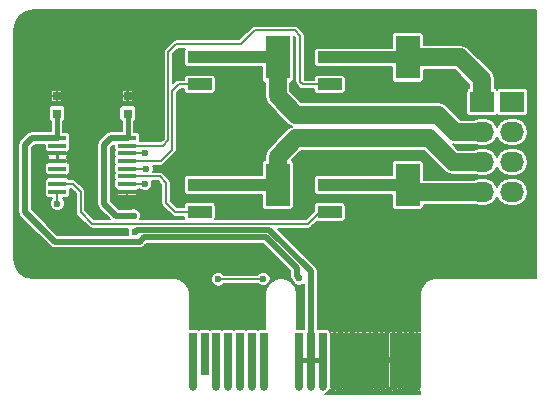
<source format=gbr>
G04 #@! TF.FileFunction,Copper,L2,Bot,Signal*
%FSLAX46Y46*%
G04 Gerber Fmt 4.6, Leading zero omitted, Abs format (unit mm)*
G04 Created by KiCad (PCBNEW 4.0.6-e0-6349~53~ubuntu14.04.1) date Fri Mar 24 18:05:40 2017*
%MOMM*%
%LPD*%
G01*
G04 APERTURE LIST*
%ADD10C,0.100000*%
%ADD11C,0.650240*%
%ADD12R,0.650240X4.599940*%
%ADD13R,0.650240X3.599180*%
%ADD14R,2.032000X3.657600*%
%ADD15R,2.032000X1.016000*%
%ADD16R,0.750000X0.800000*%
%ADD17R,2.032000X1.727200*%
%ADD18O,2.032000X1.727200*%
%ADD19R,1.500000X0.450000*%
%ADD20C,0.600000*%
%ADD21C,0.150000*%
%ADD22C,0.300000*%
%ADD23C,1.000000*%
%ADD24C,0.500000*%
%ADD25C,0.400000*%
%ADD26C,1.500000*%
%ADD27C,0.200000*%
G04 APERTURE END LIST*
D10*
D11*
X140500400Y-102301240D03*
D12*
X159499600Y-100000000D03*
X158498840Y-100000000D03*
X157500620Y-100000000D03*
X156499860Y-100000000D03*
X155499100Y-100000000D03*
X154500880Y-100000000D03*
X153500120Y-100000000D03*
X152499360Y-100000000D03*
X151501140Y-100000000D03*
X150500380Y-100000000D03*
X149499620Y-100000000D03*
X144500900Y-100000000D03*
X143500140Y-100000000D03*
X142499380Y-100000000D03*
D13*
X141501160Y-99499620D03*
D12*
X140500400Y-100000000D03*
X146499880Y-100000000D03*
X145499120Y-100000000D03*
D11*
X157500620Y-102301240D03*
X156499860Y-102301240D03*
X155499100Y-102301240D03*
X154500880Y-102301240D03*
X153500120Y-102301240D03*
X152499360Y-102301240D03*
X151501140Y-102301240D03*
X150500380Y-102301240D03*
X149499620Y-102301240D03*
X159499600Y-102301240D03*
X146499880Y-102301240D03*
X145499120Y-102301240D03*
X144500900Y-102301240D03*
X143500140Y-102301240D03*
X142499380Y-102301240D03*
X158498840Y-102301240D03*
D14*
X158702000Y-85200000D03*
D15*
X152098000Y-85200000D03*
X152098000Y-82914000D03*
X152098000Y-87486000D03*
D14*
X147702000Y-85200000D03*
D15*
X141098000Y-85200000D03*
X141098000Y-82914000D03*
X141098000Y-87486000D03*
D14*
X147702000Y-74400000D03*
D15*
X141098000Y-74400000D03*
X141098000Y-72114000D03*
X141098000Y-76686000D03*
D14*
X158702000Y-74400000D03*
D15*
X152098000Y-74400000D03*
X152098000Y-72114000D03*
X152098000Y-76686000D03*
D16*
X135000000Y-79150000D03*
X135000000Y-77650000D03*
X129000000Y-79150000D03*
X129000000Y-77650000D03*
D17*
X167540000Y-78190000D03*
D18*
X167540000Y-80730000D03*
X167540000Y-83270000D03*
X167540000Y-85810000D03*
D17*
X165000000Y-78190000D03*
D18*
X165000000Y-80730000D03*
X165000000Y-83270000D03*
X165000000Y-85810000D03*
D19*
X134950000Y-81225000D03*
X134950000Y-81875000D03*
X134950000Y-82525000D03*
X134950000Y-83175000D03*
X134950000Y-83825000D03*
X134950000Y-84475000D03*
X134950000Y-85125000D03*
X134950000Y-85775000D03*
X129050000Y-85775000D03*
X129050000Y-85125000D03*
X129050000Y-84475000D03*
X129050000Y-83825000D03*
X129050000Y-83175000D03*
X129050000Y-82525000D03*
X129050000Y-81875000D03*
X129050000Y-81225000D03*
D20*
X137050000Y-86200000D03*
X154175000Y-72125000D03*
X143050000Y-72125000D03*
X143125000Y-82925000D03*
X154150000Y-82925000D03*
X135500000Y-87800000D03*
X135600000Y-89200000D03*
X149500000Y-93100000D03*
X136575000Y-83825000D03*
X136500000Y-82525000D03*
X129050000Y-86775000D03*
X142650000Y-93175000D03*
X146475000Y-93150000D03*
X136475000Y-85125000D03*
D21*
X140500400Y-102301240D02*
X140500400Y-100000000D01*
D22*
X134950000Y-85775000D02*
X136625000Y-85775000D01*
X136625000Y-85775000D02*
X137050000Y-86200000D01*
D23*
X152098000Y-72114000D02*
X154164000Y-72114000D01*
X154164000Y-72114000D02*
X154175000Y-72125000D01*
X141098000Y-72114000D02*
X143039000Y-72114000D01*
X143039000Y-72114000D02*
X143050000Y-72125000D01*
X141098000Y-82914000D02*
X143114000Y-82914000D01*
X143114000Y-82914000D02*
X143125000Y-82925000D01*
X152098000Y-82914000D02*
X154139000Y-82914000D01*
X154139000Y-82914000D02*
X154150000Y-82925000D01*
D24*
X152499360Y-100000000D02*
X153500120Y-100000000D01*
X153500120Y-100000000D02*
X154500880Y-100000000D01*
X154500880Y-100000000D02*
X155499100Y-100000000D01*
X155499100Y-100000000D02*
X156499860Y-100000000D01*
X156499860Y-100000000D02*
X157500620Y-100000000D01*
X157500620Y-100000000D02*
X158498840Y-100000000D01*
X158498840Y-100000000D02*
X159499600Y-100000000D01*
D21*
X159499600Y-102301240D02*
X159499600Y-100000000D01*
X158498840Y-102301240D02*
X158498840Y-100000000D01*
X157500620Y-102301240D02*
X157500620Y-100000000D01*
X156499860Y-102301240D02*
X156499860Y-100000000D01*
X155499100Y-102301240D02*
X155499100Y-100000000D01*
X154500880Y-102301240D02*
X154500880Y-100000000D01*
X153500120Y-102301240D02*
X153500120Y-100000000D01*
X152499360Y-102301240D02*
X152499360Y-100000000D01*
D24*
X150500380Y-100000000D02*
X150500380Y-92500380D01*
X133575000Y-81225000D02*
X134950000Y-81225000D01*
X133000000Y-81800000D02*
X133575000Y-81225000D01*
X133000000Y-86800000D02*
X133000000Y-81800000D01*
X134000000Y-87800000D02*
X133000000Y-86800000D01*
X135500000Y-87800000D02*
X134000000Y-87800000D01*
X135824998Y-88975002D02*
X135600000Y-89200000D01*
X146975002Y-88975002D02*
X135824998Y-88975002D01*
X150500380Y-92500380D02*
X146975002Y-88975002D01*
D25*
X135000000Y-79150000D02*
X135000000Y-81175000D01*
X135000000Y-81175000D02*
X134950000Y-81225000D01*
X151501140Y-100000000D02*
X150500380Y-100000000D01*
X150500380Y-100000000D02*
X149499620Y-100000000D01*
D21*
X151501140Y-102301240D02*
X151501140Y-100000000D01*
X150500380Y-102301240D02*
X150500380Y-100000000D01*
X149499620Y-102301240D02*
X149499620Y-100000000D01*
X144500900Y-102301240D02*
X144500900Y-100000000D01*
X143500140Y-102301240D02*
X143500140Y-100000000D01*
X142499380Y-102301240D02*
X142499380Y-100000000D01*
X146499880Y-102301240D02*
X146499880Y-100000000D01*
X145499120Y-102301240D02*
X145499120Y-100000000D01*
D24*
X126875000Y-81225000D02*
X129050000Y-81225000D01*
X126300000Y-81800000D02*
X126875000Y-81225000D01*
X126300000Y-87500000D02*
X126300000Y-81800000D01*
X128800000Y-90000000D02*
X126300000Y-87500000D01*
X136000000Y-90000000D02*
X128800000Y-90000000D01*
X136374996Y-89625004D02*
X136000000Y-90000000D01*
X146705762Y-89625004D02*
X136374996Y-89625004D01*
X149290379Y-92209621D02*
X146705762Y-89625004D01*
X149290379Y-92890379D02*
X149290379Y-92209621D01*
X149500000Y-93100000D02*
X149290379Y-92890379D01*
D25*
X129000000Y-79150000D02*
X129000000Y-81175000D01*
X129000000Y-81175000D02*
X129050000Y-81225000D01*
D21*
X136575000Y-83825000D02*
X134950000Y-83825000D01*
X136500000Y-82525000D02*
X134950000Y-82525000D01*
X129050000Y-86775000D02*
X129050000Y-85775000D01*
X146450000Y-93175000D02*
X142650000Y-93175000D01*
X146475000Y-93150000D02*
X146450000Y-93175000D01*
X136475000Y-85125000D02*
X134950000Y-85125000D01*
X152098000Y-87486000D02*
X151264000Y-87486000D01*
X151264000Y-87486000D02*
X150250000Y-88500000D01*
X150250000Y-88500000D02*
X132000000Y-88500000D01*
X132000000Y-88500000D02*
X131000000Y-87500000D01*
X131000000Y-87500000D02*
X131000000Y-85750000D01*
X131000000Y-85750000D02*
X130375000Y-85125000D01*
X130375000Y-85125000D02*
X129050000Y-85125000D01*
X141098000Y-87486000D02*
X138986000Y-87486000D01*
X137725000Y-84475000D02*
X134950000Y-84475000D01*
X138250000Y-85000000D02*
X137725000Y-84475000D01*
X138250000Y-86750000D02*
X138250000Y-85000000D01*
X138986000Y-87486000D02*
X138250000Y-86750000D01*
X134950000Y-83175000D02*
X137825000Y-83175000D01*
X139314000Y-76686000D02*
X141098000Y-76686000D01*
X138750000Y-77250000D02*
X139314000Y-76686000D01*
X138750000Y-82250000D02*
X138750000Y-77250000D01*
X137825000Y-83175000D02*
X138750000Y-82250000D01*
X134950000Y-81875000D02*
X138000000Y-81875000D01*
X149811000Y-76686000D02*
X152098000Y-76686000D01*
X149575000Y-76450000D02*
X149811000Y-76686000D01*
X149575000Y-72550000D02*
X149575000Y-76450000D01*
X149125000Y-72100000D02*
X149575000Y-72550000D01*
X145775000Y-72100000D02*
X149125000Y-72100000D01*
X144625000Y-73250000D02*
X145775000Y-72100000D01*
X139125000Y-73250000D02*
X144625000Y-73250000D01*
X138449998Y-73925002D02*
X139125000Y-73250000D01*
X138449998Y-81425002D02*
X138449998Y-73925002D01*
X138000000Y-81875000D02*
X138449998Y-81425002D01*
D26*
X158702000Y-74400000D02*
X163150000Y-74400000D01*
X165000000Y-76250000D02*
X165000000Y-78190000D01*
X163150000Y-74400000D02*
X165000000Y-76250000D01*
D23*
X152098000Y-74400000D02*
X158702000Y-74400000D01*
D26*
X147702000Y-74400000D02*
X147702000Y-77702000D01*
X162730000Y-80730000D02*
X165000000Y-80730000D01*
X161250000Y-79250000D02*
X162730000Y-80730000D01*
X149250000Y-79250000D02*
X161250000Y-79250000D01*
X147702000Y-77702000D02*
X149250000Y-79250000D01*
D23*
X141098000Y-74400000D02*
X147702000Y-74400000D01*
D26*
X147702000Y-85200000D02*
X147702000Y-82798000D01*
X162520000Y-83270000D02*
X165000000Y-83270000D01*
X160500000Y-81250000D02*
X162520000Y-83270000D01*
X149250000Y-81250000D02*
X160500000Y-81250000D01*
X147702000Y-82798000D02*
X149250000Y-81250000D01*
D23*
X141098000Y-85200000D02*
X147702000Y-85200000D01*
D26*
X158702000Y-85200000D02*
X159312000Y-85810000D01*
X159312000Y-85810000D02*
X165000000Y-85810000D01*
D23*
X152098000Y-85200000D02*
X158702000Y-85200000D01*
D27*
G36*
X169597716Y-70402284D02*
X169605000Y-70438903D01*
X169605000Y-93061097D01*
X169597716Y-93097716D01*
X169561098Y-93105000D01*
X161100000Y-93105000D01*
X161061843Y-93112590D01*
X161022939Y-93112590D01*
X160659391Y-93184904D01*
X160659390Y-93184904D01*
X160517000Y-93243884D01*
X160208798Y-93449819D01*
X160154309Y-93504309D01*
X160099819Y-93558798D01*
X159893884Y-93867000D01*
X159834904Y-94009390D01*
X159834904Y-94009391D01*
X159762590Y-94372940D01*
X159762590Y-94411843D01*
X159755000Y-94450000D01*
X159755000Y-97600030D01*
X159549600Y-97600030D01*
X159524600Y-97625030D01*
X159524600Y-99975000D01*
X159544600Y-99975000D01*
X159544600Y-100025000D01*
X159524600Y-100025000D01*
X159524600Y-100045000D01*
X159474600Y-100045000D01*
X159474600Y-100025000D01*
X159099480Y-100025000D01*
X159074480Y-100050000D01*
X159074480Y-102220746D01*
X159072993Y-102224532D01*
X159074480Y-102305174D01*
X159074480Y-102319861D01*
X159074763Y-102320545D01*
X159076111Y-102393626D01*
X159134821Y-102535365D01*
X159193647Y-102571838D01*
X159365515Y-102399970D01*
X159436225Y-102399970D01*
X159229002Y-102607193D01*
X159265475Y-102666019D01*
X159422892Y-102727847D01*
X159591986Y-102724729D01*
X159733725Y-102666019D01*
X159755000Y-102631705D01*
X159755000Y-102861097D01*
X159747716Y-102897716D01*
X159711098Y-102905000D01*
X151729269Y-102905000D01*
X151866094Y-102848465D01*
X152047728Y-102667148D01*
X152118535Y-102496626D01*
X152134581Y-102535365D01*
X152193407Y-102571838D01*
X152365275Y-102399970D01*
X152435985Y-102399970D01*
X152228762Y-102607193D01*
X152265235Y-102666019D01*
X152422652Y-102727847D01*
X152591746Y-102724729D01*
X152733485Y-102666019D01*
X152769958Y-102607193D01*
X152562735Y-102399970D01*
X152633445Y-102399970D01*
X152805313Y-102571838D01*
X152864139Y-102535365D01*
X152925967Y-102377948D01*
X152924480Y-102297306D01*
X152924480Y-102224532D01*
X153073513Y-102224532D01*
X153075000Y-102305174D01*
X153075000Y-102319861D01*
X153075283Y-102320545D01*
X153076631Y-102393626D01*
X153135341Y-102535365D01*
X153194167Y-102571838D01*
X153366035Y-102399970D01*
X153436745Y-102399970D01*
X153229522Y-102607193D01*
X153265995Y-102666019D01*
X153423412Y-102727847D01*
X153592506Y-102724729D01*
X153734245Y-102666019D01*
X153770718Y-102607193D01*
X153563495Y-102399970D01*
X153634205Y-102399970D01*
X153806073Y-102571838D01*
X153864899Y-102535365D01*
X153926727Y-102377948D01*
X153925240Y-102297306D01*
X153925240Y-102224532D01*
X154074273Y-102224532D01*
X154075760Y-102305174D01*
X154075760Y-102319861D01*
X154076043Y-102320545D01*
X154077391Y-102393626D01*
X154136101Y-102535365D01*
X154194927Y-102571838D01*
X154366795Y-102399970D01*
X154437505Y-102399970D01*
X154230282Y-102607193D01*
X154266755Y-102666019D01*
X154424172Y-102727847D01*
X154593266Y-102724729D01*
X154735005Y-102666019D01*
X154771478Y-102607193D01*
X154564255Y-102399970D01*
X154634965Y-102399970D01*
X154806833Y-102571838D01*
X154865659Y-102535365D01*
X154927487Y-102377948D01*
X154926000Y-102297306D01*
X154926000Y-102224532D01*
X155072493Y-102224532D01*
X155073980Y-102305174D01*
X155073980Y-102319861D01*
X155074263Y-102320545D01*
X155075611Y-102393626D01*
X155134321Y-102535365D01*
X155193147Y-102571838D01*
X155365015Y-102399970D01*
X155435725Y-102399970D01*
X155228502Y-102607193D01*
X155264975Y-102666019D01*
X155422392Y-102727847D01*
X155591486Y-102724729D01*
X155733225Y-102666019D01*
X155769698Y-102607193D01*
X155562475Y-102399970D01*
X155633185Y-102399970D01*
X155805053Y-102571838D01*
X155863879Y-102535365D01*
X155925707Y-102377948D01*
X155924220Y-102297306D01*
X155924220Y-102224532D01*
X156073253Y-102224532D01*
X156074740Y-102305174D01*
X156074740Y-102319861D01*
X156075023Y-102320545D01*
X156076371Y-102393626D01*
X156135081Y-102535365D01*
X156193907Y-102571838D01*
X156365775Y-102399970D01*
X156436485Y-102399970D01*
X156229262Y-102607193D01*
X156265735Y-102666019D01*
X156423152Y-102727847D01*
X156592246Y-102724729D01*
X156733985Y-102666019D01*
X156770458Y-102607193D01*
X156563235Y-102399970D01*
X156633945Y-102399970D01*
X156805813Y-102571838D01*
X156864639Y-102535365D01*
X156926467Y-102377948D01*
X156924980Y-102297306D01*
X156924980Y-102224532D01*
X157074013Y-102224532D01*
X157075500Y-102305174D01*
X157075500Y-102319861D01*
X157075783Y-102320545D01*
X157077131Y-102393626D01*
X157135841Y-102535365D01*
X157194667Y-102571838D01*
X157366535Y-102399970D01*
X157437245Y-102399970D01*
X157230022Y-102607193D01*
X157266495Y-102666019D01*
X157423912Y-102727847D01*
X157593006Y-102724729D01*
X157734745Y-102666019D01*
X157771218Y-102607193D01*
X157563995Y-102399970D01*
X157634705Y-102399970D01*
X157806573Y-102571838D01*
X157865399Y-102535365D01*
X157927227Y-102377948D01*
X157925740Y-102297306D01*
X157925740Y-102224532D01*
X158072233Y-102224532D01*
X158073720Y-102305174D01*
X158073720Y-102319861D01*
X158074003Y-102320545D01*
X158075351Y-102393626D01*
X158134061Y-102535365D01*
X158192887Y-102571838D01*
X158364755Y-102399970D01*
X158435465Y-102399970D01*
X158228242Y-102607193D01*
X158264715Y-102666019D01*
X158422132Y-102727847D01*
X158591226Y-102724729D01*
X158732965Y-102666019D01*
X158769438Y-102607193D01*
X158562215Y-102399970D01*
X158632925Y-102399970D01*
X158804793Y-102571838D01*
X158863619Y-102535365D01*
X158925447Y-102377948D01*
X158923960Y-102297306D01*
X158923960Y-100050000D01*
X158898960Y-100025000D01*
X158523840Y-100025000D01*
X158523840Y-100045000D01*
X158473840Y-100045000D01*
X158473840Y-100025000D01*
X158098720Y-100025000D01*
X158073720Y-100050000D01*
X158073720Y-102220746D01*
X158072233Y-102224532D01*
X157925740Y-102224532D01*
X157925740Y-100050000D01*
X157900740Y-100025000D01*
X157525620Y-100025000D01*
X157525620Y-100045000D01*
X157475620Y-100045000D01*
X157475620Y-100025000D01*
X157100500Y-100025000D01*
X157075500Y-100050000D01*
X157075500Y-102220746D01*
X157074013Y-102224532D01*
X156924980Y-102224532D01*
X156924980Y-100050000D01*
X156899980Y-100025000D01*
X156524860Y-100025000D01*
X156524860Y-100045000D01*
X156474860Y-100045000D01*
X156474860Y-100025000D01*
X156099740Y-100025000D01*
X156074740Y-100050000D01*
X156074740Y-102220746D01*
X156073253Y-102224532D01*
X155924220Y-102224532D01*
X155924220Y-100050000D01*
X155899220Y-100025000D01*
X155524100Y-100025000D01*
X155524100Y-100045000D01*
X155474100Y-100045000D01*
X155474100Y-100025000D01*
X155098980Y-100025000D01*
X155073980Y-100050000D01*
X155073980Y-102220746D01*
X155072493Y-102224532D01*
X154926000Y-102224532D01*
X154926000Y-100050000D01*
X154901000Y-100025000D01*
X154525880Y-100025000D01*
X154525880Y-100045000D01*
X154475880Y-100045000D01*
X154475880Y-100025000D01*
X154100760Y-100025000D01*
X154075760Y-100050000D01*
X154075760Y-102220746D01*
X154074273Y-102224532D01*
X153925240Y-102224532D01*
X153925240Y-100050000D01*
X153900240Y-100025000D01*
X153525120Y-100025000D01*
X153525120Y-100045000D01*
X153475120Y-100045000D01*
X153475120Y-100025000D01*
X153100000Y-100025000D01*
X153075000Y-100050000D01*
X153075000Y-102220746D01*
X153073513Y-102224532D01*
X152924480Y-102224532D01*
X152924480Y-100050000D01*
X152899480Y-100025000D01*
X152524360Y-100025000D01*
X152524360Y-100045000D01*
X152474360Y-100045000D01*
X152474360Y-100025000D01*
X152454360Y-100025000D01*
X152454360Y-99975000D01*
X152474360Y-99975000D01*
X152474360Y-97625030D01*
X152524360Y-97625030D01*
X152524360Y-99975000D01*
X152899480Y-99975000D01*
X152924480Y-99950000D01*
X152924480Y-97680139D01*
X153075000Y-97680139D01*
X153075000Y-99950000D01*
X153100000Y-99975000D01*
X153475120Y-99975000D01*
X153475120Y-97625030D01*
X153525120Y-97625030D01*
X153525120Y-99975000D01*
X153900240Y-99975000D01*
X153925240Y-99950000D01*
X153925240Y-97680139D01*
X154075760Y-97680139D01*
X154075760Y-99950000D01*
X154100760Y-99975000D01*
X154475880Y-99975000D01*
X154475880Y-97625030D01*
X154525880Y-97625030D01*
X154525880Y-99975000D01*
X154901000Y-99975000D01*
X154926000Y-99950000D01*
X154926000Y-97680139D01*
X155073980Y-97680139D01*
X155073980Y-99950000D01*
X155098980Y-99975000D01*
X155474100Y-99975000D01*
X155474100Y-97625030D01*
X155524100Y-97625030D01*
X155524100Y-99975000D01*
X155899220Y-99975000D01*
X155924220Y-99950000D01*
X155924220Y-97680139D01*
X156074740Y-97680139D01*
X156074740Y-99950000D01*
X156099740Y-99975000D01*
X156474860Y-99975000D01*
X156474860Y-97625030D01*
X156524860Y-97625030D01*
X156524860Y-99975000D01*
X156899980Y-99975000D01*
X156924980Y-99950000D01*
X156924980Y-97680139D01*
X157075500Y-97680139D01*
X157075500Y-99950000D01*
X157100500Y-99975000D01*
X157475620Y-99975000D01*
X157475620Y-97625030D01*
X157525620Y-97625030D01*
X157525620Y-99975000D01*
X157900740Y-99975000D01*
X157925740Y-99950000D01*
X157925740Y-97680139D01*
X158073720Y-97680139D01*
X158073720Y-99950000D01*
X158098720Y-99975000D01*
X158473840Y-99975000D01*
X158473840Y-97625030D01*
X158523840Y-97625030D01*
X158523840Y-99975000D01*
X158898960Y-99975000D01*
X158923960Y-99950000D01*
X158923960Y-97680139D01*
X159074480Y-97680139D01*
X159074480Y-99950000D01*
X159099480Y-99975000D01*
X159474600Y-99975000D01*
X159474600Y-97625030D01*
X159449600Y-97600030D01*
X159154589Y-97600030D01*
X159117835Y-97615254D01*
X159089704Y-97643384D01*
X159074480Y-97680139D01*
X158923960Y-97680139D01*
X158908736Y-97643384D01*
X158880605Y-97615254D01*
X158843851Y-97600030D01*
X158548840Y-97600030D01*
X158523840Y-97625030D01*
X158473840Y-97625030D01*
X158448840Y-97600030D01*
X158153829Y-97600030D01*
X158117075Y-97615254D01*
X158088944Y-97643384D01*
X158073720Y-97680139D01*
X157925740Y-97680139D01*
X157910516Y-97643384D01*
X157882385Y-97615254D01*
X157845631Y-97600030D01*
X157550620Y-97600030D01*
X157525620Y-97625030D01*
X157475620Y-97625030D01*
X157450620Y-97600030D01*
X157155609Y-97600030D01*
X157118855Y-97615254D01*
X157090724Y-97643384D01*
X157075500Y-97680139D01*
X156924980Y-97680139D01*
X156909756Y-97643384D01*
X156881625Y-97615254D01*
X156844871Y-97600030D01*
X156549860Y-97600030D01*
X156524860Y-97625030D01*
X156474860Y-97625030D01*
X156449860Y-97600030D01*
X156154849Y-97600030D01*
X156118095Y-97615254D01*
X156089964Y-97643384D01*
X156074740Y-97680139D01*
X155924220Y-97680139D01*
X155908996Y-97643384D01*
X155880865Y-97615254D01*
X155844111Y-97600030D01*
X155549100Y-97600030D01*
X155524100Y-97625030D01*
X155474100Y-97625030D01*
X155449100Y-97600030D01*
X155154089Y-97600030D01*
X155117335Y-97615254D01*
X155089204Y-97643384D01*
X155073980Y-97680139D01*
X154926000Y-97680139D01*
X154910776Y-97643384D01*
X154882645Y-97615254D01*
X154845891Y-97600030D01*
X154550880Y-97600030D01*
X154525880Y-97625030D01*
X154475880Y-97625030D01*
X154450880Y-97600030D01*
X154155869Y-97600030D01*
X154119115Y-97615254D01*
X154090984Y-97643384D01*
X154075760Y-97680139D01*
X153925240Y-97680139D01*
X153910016Y-97643384D01*
X153881885Y-97615254D01*
X153845131Y-97600030D01*
X153550120Y-97600030D01*
X153525120Y-97625030D01*
X153475120Y-97625030D01*
X153450120Y-97600030D01*
X153155109Y-97600030D01*
X153118355Y-97615254D01*
X153090224Y-97643384D01*
X153075000Y-97680139D01*
X152924480Y-97680139D01*
X152909256Y-97643384D01*
X152881125Y-97615254D01*
X152844371Y-97600030D01*
X152549360Y-97600030D01*
X152524360Y-97625030D01*
X152474360Y-97625030D01*
X152449360Y-97600030D01*
X152154349Y-97600030D01*
X152135205Y-97607960D01*
X152130216Y-97581445D01*
X152060132Y-97472532D01*
X151953197Y-97399466D01*
X151826260Y-97373761D01*
X151176020Y-97373761D01*
X151070380Y-97393638D01*
X151070380Y-92500380D01*
X151026991Y-92282250D01*
X150903431Y-92097329D01*
X147701102Y-88895000D01*
X150250000Y-88895000D01*
X150401160Y-88864932D01*
X150529307Y-88779307D01*
X151004117Y-88304497D01*
X151082000Y-88320269D01*
X153114000Y-88320269D01*
X153232585Y-88297956D01*
X153341498Y-88227872D01*
X153414564Y-88120937D01*
X153440269Y-87994000D01*
X153440269Y-86978000D01*
X153417956Y-86859415D01*
X153347872Y-86750502D01*
X153240937Y-86677436D01*
X153114000Y-86651731D01*
X151082000Y-86651731D01*
X150963415Y-86674044D01*
X150854502Y-86744128D01*
X150781436Y-86851063D01*
X150755731Y-86978000D01*
X150755731Y-87435655D01*
X150086386Y-88105000D01*
X142417791Y-88105000D01*
X142440269Y-87994000D01*
X142440269Y-86978000D01*
X142417956Y-86859415D01*
X142347872Y-86750502D01*
X142240937Y-86677436D01*
X142114000Y-86651731D01*
X140082000Y-86651731D01*
X139963415Y-86674044D01*
X139854502Y-86744128D01*
X139781436Y-86851063D01*
X139755731Y-86978000D01*
X139755731Y-87091000D01*
X139149614Y-87091000D01*
X138645000Y-86586386D01*
X138645000Y-85000000D01*
X138614932Y-84848840D01*
X138529307Y-84720693D01*
X138004307Y-84195693D01*
X137876160Y-84110068D01*
X137725000Y-84080000D01*
X137140441Y-84080000D01*
X137194893Y-83948867D01*
X137195108Y-83702215D01*
X137140477Y-83570000D01*
X137825000Y-83570000D01*
X137976160Y-83539932D01*
X138104307Y-83454307D01*
X139029308Y-82529307D01*
X139093612Y-82433068D01*
X139114932Y-82401160D01*
X139145000Y-82250000D01*
X139145000Y-77413614D01*
X139477614Y-77081000D01*
X139755731Y-77081000D01*
X139755731Y-77194000D01*
X139778044Y-77312585D01*
X139848128Y-77421498D01*
X139955063Y-77494564D01*
X140082000Y-77520269D01*
X142114000Y-77520269D01*
X142232585Y-77497956D01*
X142341498Y-77427872D01*
X142414564Y-77320937D01*
X142440269Y-77194000D01*
X142440269Y-76178000D01*
X142417956Y-76059415D01*
X142347872Y-75950502D01*
X142240937Y-75877436D01*
X142114000Y-75851731D01*
X140082000Y-75851731D01*
X139963415Y-75874044D01*
X139854502Y-75944128D01*
X139781436Y-76051063D01*
X139755731Y-76178000D01*
X139755731Y-76291000D01*
X139314000Y-76291000D01*
X139162840Y-76321068D01*
X139034693Y-76406693D01*
X138844998Y-76596388D01*
X138844998Y-74088616D01*
X139288614Y-73645000D01*
X139874903Y-73645000D01*
X139854502Y-73658128D01*
X139781436Y-73765063D01*
X139755731Y-73892000D01*
X139755731Y-74908000D01*
X139778044Y-75026585D01*
X139848128Y-75135498D01*
X139955063Y-75208564D01*
X140082000Y-75234269D01*
X142114000Y-75234269D01*
X142189834Y-75220000D01*
X146359731Y-75220000D01*
X146359731Y-76228800D01*
X146382044Y-76347385D01*
X146452128Y-76456298D01*
X146559063Y-76529364D01*
X146632000Y-76544134D01*
X146632000Y-77702000D01*
X146713449Y-78111471D01*
X146945396Y-78458604D01*
X148493396Y-80006605D01*
X148840529Y-80238551D01*
X148898087Y-80250000D01*
X148840529Y-80261449D01*
X148493396Y-80493395D01*
X146945396Y-82041396D01*
X146713449Y-82388529D01*
X146632000Y-82798000D01*
X146632000Y-83055092D01*
X146567415Y-83067244D01*
X146458502Y-83137328D01*
X146385436Y-83244263D01*
X146359731Y-83371200D01*
X146359731Y-84380000D01*
X142184463Y-84380000D01*
X142114000Y-84365731D01*
X140082000Y-84365731D01*
X139963415Y-84388044D01*
X139854502Y-84458128D01*
X139781436Y-84565063D01*
X139755731Y-84692000D01*
X139755731Y-85708000D01*
X139778044Y-85826585D01*
X139848128Y-85935498D01*
X139955063Y-86008564D01*
X140082000Y-86034269D01*
X142114000Y-86034269D01*
X142189834Y-86020000D01*
X146359731Y-86020000D01*
X146359731Y-87028800D01*
X146382044Y-87147385D01*
X146452128Y-87256298D01*
X146559063Y-87329364D01*
X146686000Y-87355069D01*
X148718000Y-87355069D01*
X148836585Y-87332756D01*
X148945498Y-87262672D01*
X149018564Y-87155737D01*
X149044269Y-87028800D01*
X149044269Y-84692000D01*
X150755731Y-84692000D01*
X150755731Y-85708000D01*
X150778044Y-85826585D01*
X150848128Y-85935498D01*
X150955063Y-86008564D01*
X151082000Y-86034269D01*
X153114000Y-86034269D01*
X153189834Y-86020000D01*
X157359731Y-86020000D01*
X157359731Y-87028800D01*
X157382044Y-87147385D01*
X157452128Y-87256298D01*
X157559063Y-87329364D01*
X157686000Y-87355069D01*
X159718000Y-87355069D01*
X159836585Y-87332756D01*
X159945498Y-87262672D01*
X160018564Y-87155737D01*
X160044269Y-87028800D01*
X160044269Y-86880000D01*
X164333306Y-86880000D01*
X164368482Y-86903504D01*
X164821426Y-86993600D01*
X165178574Y-86993600D01*
X165631518Y-86903504D01*
X166015506Y-86646932D01*
X166270000Y-86266054D01*
X166524494Y-86646932D01*
X166908482Y-86903504D01*
X167361426Y-86993600D01*
X167718574Y-86993600D01*
X168171518Y-86903504D01*
X168555506Y-86646932D01*
X168812078Y-86262944D01*
X168902174Y-85810000D01*
X168812078Y-85357056D01*
X168555506Y-84973068D01*
X168171518Y-84716496D01*
X167718574Y-84626400D01*
X167361426Y-84626400D01*
X166908482Y-84716496D01*
X166524494Y-84973068D01*
X166270000Y-85353946D01*
X166015506Y-84973068D01*
X165631518Y-84716496D01*
X165178574Y-84626400D01*
X164821426Y-84626400D01*
X164368482Y-84716496D01*
X164333306Y-84740000D01*
X160044269Y-84740000D01*
X160044269Y-83371200D01*
X160021956Y-83252615D01*
X159951872Y-83143702D01*
X159844937Y-83070636D01*
X159718000Y-83044931D01*
X157686000Y-83044931D01*
X157567415Y-83067244D01*
X157458502Y-83137328D01*
X157385436Y-83244263D01*
X157359731Y-83371200D01*
X157359731Y-84380000D01*
X153184463Y-84380000D01*
X153114000Y-84365731D01*
X151082000Y-84365731D01*
X150963415Y-84388044D01*
X150854502Y-84458128D01*
X150781436Y-84565063D01*
X150755731Y-84692000D01*
X149044269Y-84692000D01*
X149044269Y-83371200D01*
X149021956Y-83252615D01*
X148951872Y-83143702D01*
X148902940Y-83110268D01*
X149693209Y-82320000D01*
X160056792Y-82320000D01*
X161763395Y-84026604D01*
X162110528Y-84258551D01*
X162178464Y-84272064D01*
X162520000Y-84340000D01*
X164333306Y-84340000D01*
X164368482Y-84363504D01*
X164821426Y-84453600D01*
X165178574Y-84453600D01*
X165631518Y-84363504D01*
X166015506Y-84106932D01*
X166270000Y-83726054D01*
X166524494Y-84106932D01*
X166908482Y-84363504D01*
X167361426Y-84453600D01*
X167718574Y-84453600D01*
X168171518Y-84363504D01*
X168555506Y-84106932D01*
X168812078Y-83722944D01*
X168902174Y-83270000D01*
X168812078Y-82817056D01*
X168555506Y-82433068D01*
X168171518Y-82176496D01*
X167718574Y-82086400D01*
X167361426Y-82086400D01*
X166908482Y-82176496D01*
X166524494Y-82433068D01*
X166270000Y-82813946D01*
X166015506Y-82433068D01*
X165631518Y-82176496D01*
X165178574Y-82086400D01*
X164821426Y-82086400D01*
X164368482Y-82176496D01*
X164333306Y-82200000D01*
X162963209Y-82200000D01*
X162521794Y-81758585D01*
X162730000Y-81800000D01*
X164333306Y-81800000D01*
X164368482Y-81823504D01*
X164821426Y-81913600D01*
X165178574Y-81913600D01*
X165631518Y-81823504D01*
X166015506Y-81566932D01*
X166270000Y-81186054D01*
X166524494Y-81566932D01*
X166908482Y-81823504D01*
X167361426Y-81913600D01*
X167718574Y-81913600D01*
X168171518Y-81823504D01*
X168555506Y-81566932D01*
X168812078Y-81182944D01*
X168902174Y-80730000D01*
X168812078Y-80277056D01*
X168555506Y-79893068D01*
X168171518Y-79636496D01*
X167718574Y-79546400D01*
X167361426Y-79546400D01*
X166908482Y-79636496D01*
X166524494Y-79893068D01*
X166270000Y-80273946D01*
X166015506Y-79893068D01*
X165631518Y-79636496D01*
X165178574Y-79546400D01*
X164821426Y-79546400D01*
X164368482Y-79636496D01*
X164333306Y-79660000D01*
X163173208Y-79660000D01*
X162006604Y-78493396D01*
X161659471Y-78261449D01*
X161250000Y-78180000D01*
X149693209Y-78180000D01*
X148772000Y-77258792D01*
X148772000Y-76544908D01*
X148836585Y-76532756D01*
X148945498Y-76462672D01*
X149018564Y-76355737D01*
X149044269Y-76228800D01*
X149044269Y-72577883D01*
X149180000Y-72713614D01*
X149180000Y-76450000D01*
X149210068Y-76601160D01*
X149295693Y-76729307D01*
X149531693Y-76965307D01*
X149659840Y-77050932D01*
X149811000Y-77081000D01*
X150755731Y-77081000D01*
X150755731Y-77194000D01*
X150778044Y-77312585D01*
X150848128Y-77421498D01*
X150955063Y-77494564D01*
X151082000Y-77520269D01*
X153114000Y-77520269D01*
X153232585Y-77497956D01*
X153341498Y-77427872D01*
X153414564Y-77320937D01*
X153440269Y-77194000D01*
X153440269Y-76178000D01*
X153417956Y-76059415D01*
X153347872Y-75950502D01*
X153240937Y-75877436D01*
X153114000Y-75851731D01*
X151082000Y-75851731D01*
X150963415Y-75874044D01*
X150854502Y-75944128D01*
X150781436Y-76051063D01*
X150755731Y-76178000D01*
X150755731Y-76291000D01*
X149974614Y-76291000D01*
X149970000Y-76286386D01*
X149970000Y-73892000D01*
X150755731Y-73892000D01*
X150755731Y-74908000D01*
X150778044Y-75026585D01*
X150848128Y-75135498D01*
X150955063Y-75208564D01*
X151082000Y-75234269D01*
X153114000Y-75234269D01*
X153189834Y-75220000D01*
X157359731Y-75220000D01*
X157359731Y-76228800D01*
X157382044Y-76347385D01*
X157452128Y-76456298D01*
X157559063Y-76529364D01*
X157686000Y-76555069D01*
X159718000Y-76555069D01*
X159836585Y-76532756D01*
X159945498Y-76462672D01*
X160018564Y-76355737D01*
X160044269Y-76228800D01*
X160044269Y-75470000D01*
X162706792Y-75470000D01*
X163930000Y-76693208D01*
X163930000Y-77010292D01*
X163865415Y-77022444D01*
X163756502Y-77092528D01*
X163683436Y-77199463D01*
X163657731Y-77326400D01*
X163657731Y-79053600D01*
X163680044Y-79172185D01*
X163750128Y-79281098D01*
X163857063Y-79354164D01*
X163984000Y-79379869D01*
X166016000Y-79379869D01*
X166134585Y-79357556D01*
X166243498Y-79287472D01*
X166269624Y-79249235D01*
X166290128Y-79281098D01*
X166397063Y-79354164D01*
X166524000Y-79379869D01*
X168556000Y-79379869D01*
X168674585Y-79357556D01*
X168783498Y-79287472D01*
X168856564Y-79180537D01*
X168882269Y-79053600D01*
X168882269Y-77326400D01*
X168859956Y-77207815D01*
X168789872Y-77098902D01*
X168682937Y-77025836D01*
X168556000Y-77000131D01*
X166524000Y-77000131D01*
X166405415Y-77022444D01*
X166296502Y-77092528D01*
X166270376Y-77130765D01*
X166249872Y-77098902D01*
X166142937Y-77025836D01*
X166070000Y-77011066D01*
X166070000Y-76250000D01*
X165988551Y-75840529D01*
X165756604Y-75493396D01*
X163906604Y-73643396D01*
X163559471Y-73411449D01*
X163150000Y-73330000D01*
X160044269Y-73330000D01*
X160044269Y-72571200D01*
X160021956Y-72452615D01*
X159951872Y-72343702D01*
X159844937Y-72270636D01*
X159718000Y-72244931D01*
X157686000Y-72244931D01*
X157567415Y-72267244D01*
X157458502Y-72337328D01*
X157385436Y-72444263D01*
X157359731Y-72571200D01*
X157359731Y-73580000D01*
X153184463Y-73580000D01*
X153114000Y-73565731D01*
X151082000Y-73565731D01*
X150963415Y-73588044D01*
X150854502Y-73658128D01*
X150781436Y-73765063D01*
X150755731Y-73892000D01*
X149970000Y-73892000D01*
X149970000Y-72550000D01*
X149939932Y-72398840D01*
X149854307Y-72270693D01*
X149404307Y-71820693D01*
X149276160Y-71735068D01*
X149125000Y-71705000D01*
X145775000Y-71705000D01*
X145623840Y-71735068D01*
X145495693Y-71820693D01*
X144461386Y-72855000D01*
X139125000Y-72855000D01*
X138973840Y-72885068D01*
X138845693Y-72970693D01*
X138170691Y-73645695D01*
X138085066Y-73773842D01*
X138054998Y-73925002D01*
X138054998Y-81261388D01*
X137836386Y-81480000D01*
X136020194Y-81480000D01*
X136026269Y-81450000D01*
X136026269Y-81000000D01*
X136003956Y-80881415D01*
X135933872Y-80772502D01*
X135826937Y-80699436D01*
X135700000Y-80673731D01*
X135520000Y-80673731D01*
X135520000Y-79836958D01*
X135602498Y-79783872D01*
X135675564Y-79676937D01*
X135701269Y-79550000D01*
X135701269Y-78750000D01*
X135678956Y-78631415D01*
X135608872Y-78522502D01*
X135501937Y-78449436D01*
X135375000Y-78423731D01*
X134625000Y-78423731D01*
X134506415Y-78446044D01*
X134397502Y-78516128D01*
X134324436Y-78623063D01*
X134298731Y-78750000D01*
X134298731Y-79550000D01*
X134321044Y-79668585D01*
X134391128Y-79777498D01*
X134480000Y-79838222D01*
X134480000Y-80655000D01*
X133575000Y-80655000D01*
X133356871Y-80698388D01*
X133171949Y-80821949D01*
X132596949Y-81396949D01*
X132473389Y-81581870D01*
X132430000Y-81800000D01*
X132430000Y-86800000D01*
X132473389Y-87018130D01*
X132558161Y-87145000D01*
X132596949Y-87203051D01*
X133498898Y-88105000D01*
X132163614Y-88105000D01*
X131395000Y-87336386D01*
X131395000Y-85750000D01*
X131364932Y-85598840D01*
X131332298Y-85550000D01*
X131279307Y-85470692D01*
X130654307Y-84845693D01*
X130526160Y-84760068D01*
X130375000Y-84730000D01*
X130070871Y-84730000D01*
X130033872Y-84672502D01*
X129926937Y-84599436D01*
X129900000Y-84593981D01*
X129900000Y-84525000D01*
X129875000Y-84500000D01*
X129075000Y-84500000D01*
X129075000Y-84520000D01*
X129025000Y-84520000D01*
X129025000Y-84500000D01*
X128225000Y-84500000D01*
X128200000Y-84525000D01*
X128200000Y-84592547D01*
X128181415Y-84596044D01*
X128072502Y-84666128D01*
X127999436Y-84773063D01*
X127973731Y-84900000D01*
X127973731Y-85350000D01*
X127993238Y-85453671D01*
X127973731Y-85550000D01*
X127973731Y-86000000D01*
X127996044Y-86118585D01*
X128066128Y-86227498D01*
X128173063Y-86300564D01*
X128300000Y-86326269D01*
X128621936Y-86326269D01*
X128524696Y-86423339D01*
X128430107Y-86651133D01*
X128429892Y-86897785D01*
X128524083Y-87125743D01*
X128698339Y-87300304D01*
X128926133Y-87394893D01*
X129172785Y-87395108D01*
X129400743Y-87300917D01*
X129575304Y-87126661D01*
X129669893Y-86898867D01*
X129670108Y-86652215D01*
X129575917Y-86424257D01*
X129478100Y-86326269D01*
X129800000Y-86326269D01*
X129918585Y-86303956D01*
X130027498Y-86233872D01*
X130100564Y-86126937D01*
X130126269Y-86000000D01*
X130126269Y-85550000D01*
X130120624Y-85520000D01*
X130211386Y-85520000D01*
X130605000Y-85913615D01*
X130605000Y-87500000D01*
X130635068Y-87651160D01*
X130720693Y-87779307D01*
X131720693Y-88779307D01*
X131848840Y-88864932D01*
X132000000Y-88895000D01*
X135055321Y-88895000D01*
X134980107Y-89076133D01*
X134979892Y-89322785D01*
X135024193Y-89430000D01*
X129036102Y-89430000D01*
X126870000Y-87263898D01*
X126870000Y-83600000D01*
X127973731Y-83600000D01*
X127973731Y-84050000D01*
X127996044Y-84168585D01*
X128066128Y-84277498D01*
X128173063Y-84350564D01*
X128200000Y-84356019D01*
X128200000Y-84425000D01*
X128225000Y-84450000D01*
X129025000Y-84450000D01*
X129025000Y-84430000D01*
X129075000Y-84430000D01*
X129075000Y-84450000D01*
X129875000Y-84450000D01*
X129900000Y-84425000D01*
X129900000Y-84357453D01*
X129918585Y-84353956D01*
X130027498Y-84283872D01*
X130100564Y-84176937D01*
X130126269Y-84050000D01*
X130126269Y-83600000D01*
X130103956Y-83481415D01*
X130033872Y-83372502D01*
X129926937Y-83299436D01*
X129900000Y-83293981D01*
X129900000Y-83225000D01*
X129875000Y-83200000D01*
X129075000Y-83200000D01*
X129075000Y-83220000D01*
X129025000Y-83220000D01*
X129025000Y-83200000D01*
X128225000Y-83200000D01*
X128200000Y-83225000D01*
X128200000Y-83292547D01*
X128181415Y-83296044D01*
X128072502Y-83366128D01*
X127999436Y-83473063D01*
X127973731Y-83600000D01*
X126870000Y-83600000D01*
X126870000Y-82575000D01*
X128200000Y-82575000D01*
X128200000Y-82769891D01*
X128215224Y-82806646D01*
X128243355Y-82834776D01*
X128280109Y-82850000D01*
X128243355Y-82865224D01*
X128215224Y-82893354D01*
X128200000Y-82930109D01*
X128200000Y-83125000D01*
X128225000Y-83150000D01*
X129025000Y-83150000D01*
X129025000Y-82875000D01*
X129000000Y-82850000D01*
X129025000Y-82825000D01*
X129025000Y-82550000D01*
X129075000Y-82550000D01*
X129075000Y-82825000D01*
X129100000Y-82850000D01*
X129075000Y-82875000D01*
X129075000Y-83150000D01*
X129875000Y-83150000D01*
X129900000Y-83125000D01*
X129900000Y-82930109D01*
X129884776Y-82893354D01*
X129856645Y-82865224D01*
X129819891Y-82850000D01*
X129856645Y-82834776D01*
X129884776Y-82806646D01*
X129900000Y-82769891D01*
X129900000Y-82575000D01*
X129875000Y-82550000D01*
X129075000Y-82550000D01*
X129025000Y-82550000D01*
X128225000Y-82550000D01*
X128200000Y-82575000D01*
X126870000Y-82575000D01*
X126870000Y-82036102D01*
X127111102Y-81795000D01*
X127973731Y-81795000D01*
X127973731Y-82100000D01*
X127996044Y-82218585D01*
X128066128Y-82327498D01*
X128173063Y-82400564D01*
X128200000Y-82406019D01*
X128200000Y-82475000D01*
X128225000Y-82500000D01*
X129025000Y-82500000D01*
X129025000Y-82480000D01*
X129075000Y-82480000D01*
X129075000Y-82500000D01*
X129875000Y-82500000D01*
X129900000Y-82475000D01*
X129900000Y-82407453D01*
X129918585Y-82403956D01*
X130027498Y-82333872D01*
X130100564Y-82226937D01*
X130126269Y-82100000D01*
X130126269Y-81650000D01*
X130106762Y-81546329D01*
X130126269Y-81450000D01*
X130126269Y-81000000D01*
X130103956Y-80881415D01*
X130033872Y-80772502D01*
X129926937Y-80699436D01*
X129800000Y-80673731D01*
X129520000Y-80673731D01*
X129520000Y-79836958D01*
X129602498Y-79783872D01*
X129675564Y-79676937D01*
X129701269Y-79550000D01*
X129701269Y-78750000D01*
X129678956Y-78631415D01*
X129608872Y-78522502D01*
X129501937Y-78449436D01*
X129375000Y-78423731D01*
X128625000Y-78423731D01*
X128506415Y-78446044D01*
X128397502Y-78516128D01*
X128324436Y-78623063D01*
X128298731Y-78750000D01*
X128298731Y-79550000D01*
X128321044Y-79668585D01*
X128391128Y-79777498D01*
X128480000Y-79838222D01*
X128480000Y-80655000D01*
X126875000Y-80655000D01*
X126656871Y-80698388D01*
X126471949Y-80821949D01*
X125896949Y-81396949D01*
X125773389Y-81581870D01*
X125730000Y-81800000D01*
X125730000Y-87500000D01*
X125773389Y-87718130D01*
X125828093Y-87800000D01*
X125896949Y-87903051D01*
X128396949Y-90403051D01*
X128581870Y-90526611D01*
X128800000Y-90570000D01*
X136000000Y-90570000D01*
X136218130Y-90526611D01*
X136403051Y-90403051D01*
X136611098Y-90195004D01*
X146469660Y-90195004D01*
X148720379Y-92445723D01*
X148720379Y-92890379D01*
X148763768Y-93108509D01*
X148878722Y-93280550D01*
X148887328Y-93293430D01*
X148924400Y-93330502D01*
X148974083Y-93450743D01*
X149148339Y-93625304D01*
X149376133Y-93719893D01*
X149622785Y-93720108D01*
X149850743Y-93625917D01*
X149930380Y-93546419D01*
X149930380Y-97395153D01*
X149824740Y-97373761D01*
X149345000Y-97373761D01*
X149345000Y-94450000D01*
X149337410Y-94411843D01*
X149337410Y-94372939D01*
X149265096Y-94009391D01*
X149265096Y-94009390D01*
X149206116Y-93867000D01*
X149000181Y-93558798D01*
X148945691Y-93504309D01*
X148891202Y-93449819D01*
X148583000Y-93243884D01*
X148440610Y-93184904D01*
X148440609Y-93184904D01*
X148077062Y-93112590D01*
X147922939Y-93112590D01*
X147559391Y-93184904D01*
X147559390Y-93184904D01*
X147417000Y-93243884D01*
X147108798Y-93449819D01*
X147054309Y-93504309D01*
X146999819Y-93558798D01*
X146793884Y-93867000D01*
X146734904Y-94009390D01*
X146734904Y-94009391D01*
X146662590Y-94372940D01*
X146662590Y-94411843D01*
X146655000Y-94450000D01*
X146655000Y-97373761D01*
X146174760Y-97373761D01*
X146056175Y-97396074D01*
X145999545Y-97432515D01*
X145951177Y-97399466D01*
X145824240Y-97373761D01*
X145174000Y-97373761D01*
X145055415Y-97396074D01*
X145000093Y-97431673D01*
X144952957Y-97399466D01*
X144826020Y-97373761D01*
X144175780Y-97373761D01*
X144057195Y-97396074D01*
X144000565Y-97432515D01*
X143952197Y-97399466D01*
X143825260Y-97373761D01*
X143175020Y-97373761D01*
X143056435Y-97396074D01*
X142999805Y-97432515D01*
X142951437Y-97399466D01*
X142824500Y-97373761D01*
X142174260Y-97373761D01*
X142055675Y-97396074D01*
X142000353Y-97431673D01*
X141953217Y-97399466D01*
X141826280Y-97373761D01*
X141176040Y-97373761D01*
X141057455Y-97396074D01*
X141000825Y-97432515D01*
X140952457Y-97399466D01*
X140825520Y-97373761D01*
X140245000Y-97373761D01*
X140245000Y-94450000D01*
X140237410Y-94411843D01*
X140237410Y-94372939D01*
X140165096Y-94009391D01*
X140165096Y-94009390D01*
X140106116Y-93867000D01*
X139900181Y-93558798D01*
X139845691Y-93504309D01*
X139791202Y-93449819D01*
X139563669Y-93297785D01*
X142029892Y-93297785D01*
X142124083Y-93525743D01*
X142298339Y-93700304D01*
X142526133Y-93794893D01*
X142772785Y-93795108D01*
X143000743Y-93700917D01*
X143131889Y-93570000D01*
X146018219Y-93570000D01*
X146123339Y-93675304D01*
X146351133Y-93769893D01*
X146597785Y-93770108D01*
X146825743Y-93675917D01*
X147000304Y-93501661D01*
X147094893Y-93273867D01*
X147095108Y-93027215D01*
X147000917Y-92799257D01*
X146826661Y-92624696D01*
X146598867Y-92530107D01*
X146352215Y-92529892D01*
X146124257Y-92624083D01*
X145968067Y-92780000D01*
X143131737Y-92780000D01*
X143001661Y-92649696D01*
X142773867Y-92555107D01*
X142527215Y-92554892D01*
X142299257Y-92649083D01*
X142124696Y-92823339D01*
X142030107Y-93051133D01*
X142029892Y-93297785D01*
X139563669Y-93297785D01*
X139483000Y-93243884D01*
X139340610Y-93184904D01*
X139340609Y-93184904D01*
X138977060Y-93112590D01*
X138938157Y-93112590D01*
X138900000Y-93105000D01*
X127038903Y-93105000D01*
X126388755Y-92975677D01*
X125870565Y-92629435D01*
X125524323Y-92111245D01*
X125395000Y-91461096D01*
X125395000Y-77700000D01*
X128525000Y-77700000D01*
X128525000Y-78069891D01*
X128540224Y-78106645D01*
X128568354Y-78134776D01*
X128605109Y-78150000D01*
X128950000Y-78150000D01*
X128975000Y-78125000D01*
X128975000Y-77675000D01*
X129025000Y-77675000D01*
X129025000Y-78125000D01*
X129050000Y-78150000D01*
X129394891Y-78150000D01*
X129431646Y-78134776D01*
X129459776Y-78106645D01*
X129475000Y-78069891D01*
X129475000Y-77700000D01*
X134525000Y-77700000D01*
X134525000Y-78069891D01*
X134540224Y-78106645D01*
X134568354Y-78134776D01*
X134605109Y-78150000D01*
X134950000Y-78150000D01*
X134975000Y-78125000D01*
X134975000Y-77675000D01*
X135025000Y-77675000D01*
X135025000Y-78125000D01*
X135050000Y-78150000D01*
X135394891Y-78150000D01*
X135431646Y-78134776D01*
X135459776Y-78106645D01*
X135475000Y-78069891D01*
X135475000Y-77700000D01*
X135450000Y-77675000D01*
X135025000Y-77675000D01*
X134975000Y-77675000D01*
X134550000Y-77675000D01*
X134525000Y-77700000D01*
X129475000Y-77700000D01*
X129450000Y-77675000D01*
X129025000Y-77675000D01*
X128975000Y-77675000D01*
X128550000Y-77675000D01*
X128525000Y-77700000D01*
X125395000Y-77700000D01*
X125395000Y-77230109D01*
X128525000Y-77230109D01*
X128525000Y-77600000D01*
X128550000Y-77625000D01*
X128975000Y-77625000D01*
X128975000Y-77175000D01*
X129025000Y-77175000D01*
X129025000Y-77625000D01*
X129450000Y-77625000D01*
X129475000Y-77600000D01*
X129475000Y-77230109D01*
X134525000Y-77230109D01*
X134525000Y-77600000D01*
X134550000Y-77625000D01*
X134975000Y-77625000D01*
X134975000Y-77175000D01*
X135025000Y-77175000D01*
X135025000Y-77625000D01*
X135450000Y-77625000D01*
X135475000Y-77600000D01*
X135475000Y-77230109D01*
X135459776Y-77193355D01*
X135431646Y-77165224D01*
X135394891Y-77150000D01*
X135050000Y-77150000D01*
X135025000Y-77175000D01*
X134975000Y-77175000D01*
X134950000Y-77150000D01*
X134605109Y-77150000D01*
X134568354Y-77165224D01*
X134540224Y-77193355D01*
X134525000Y-77230109D01*
X129475000Y-77230109D01*
X129459776Y-77193355D01*
X129431646Y-77165224D01*
X129394891Y-77150000D01*
X129050000Y-77150000D01*
X129025000Y-77175000D01*
X128975000Y-77175000D01*
X128950000Y-77150000D01*
X128605109Y-77150000D01*
X128568354Y-77165224D01*
X128540224Y-77193355D01*
X128525000Y-77230109D01*
X125395000Y-77230109D01*
X125395000Y-72038904D01*
X125524323Y-71388755D01*
X125870565Y-70870565D01*
X126388755Y-70524323D01*
X127038903Y-70395000D01*
X169561098Y-70395000D01*
X169597716Y-70402284D01*
X169597716Y-70402284D01*
G37*
X169597716Y-70402284D02*
X169605000Y-70438903D01*
X169605000Y-93061097D01*
X169597716Y-93097716D01*
X169561098Y-93105000D01*
X161100000Y-93105000D01*
X161061843Y-93112590D01*
X161022939Y-93112590D01*
X160659391Y-93184904D01*
X160659390Y-93184904D01*
X160517000Y-93243884D01*
X160208798Y-93449819D01*
X160154309Y-93504309D01*
X160099819Y-93558798D01*
X159893884Y-93867000D01*
X159834904Y-94009390D01*
X159834904Y-94009391D01*
X159762590Y-94372940D01*
X159762590Y-94411843D01*
X159755000Y-94450000D01*
X159755000Y-97600030D01*
X159549600Y-97600030D01*
X159524600Y-97625030D01*
X159524600Y-99975000D01*
X159544600Y-99975000D01*
X159544600Y-100025000D01*
X159524600Y-100025000D01*
X159524600Y-100045000D01*
X159474600Y-100045000D01*
X159474600Y-100025000D01*
X159099480Y-100025000D01*
X159074480Y-100050000D01*
X159074480Y-102220746D01*
X159072993Y-102224532D01*
X159074480Y-102305174D01*
X159074480Y-102319861D01*
X159074763Y-102320545D01*
X159076111Y-102393626D01*
X159134821Y-102535365D01*
X159193647Y-102571838D01*
X159365515Y-102399970D01*
X159436225Y-102399970D01*
X159229002Y-102607193D01*
X159265475Y-102666019D01*
X159422892Y-102727847D01*
X159591986Y-102724729D01*
X159733725Y-102666019D01*
X159755000Y-102631705D01*
X159755000Y-102861097D01*
X159747716Y-102897716D01*
X159711098Y-102905000D01*
X151729269Y-102905000D01*
X151866094Y-102848465D01*
X152047728Y-102667148D01*
X152118535Y-102496626D01*
X152134581Y-102535365D01*
X152193407Y-102571838D01*
X152365275Y-102399970D01*
X152435985Y-102399970D01*
X152228762Y-102607193D01*
X152265235Y-102666019D01*
X152422652Y-102727847D01*
X152591746Y-102724729D01*
X152733485Y-102666019D01*
X152769958Y-102607193D01*
X152562735Y-102399970D01*
X152633445Y-102399970D01*
X152805313Y-102571838D01*
X152864139Y-102535365D01*
X152925967Y-102377948D01*
X152924480Y-102297306D01*
X152924480Y-102224532D01*
X153073513Y-102224532D01*
X153075000Y-102305174D01*
X153075000Y-102319861D01*
X153075283Y-102320545D01*
X153076631Y-102393626D01*
X153135341Y-102535365D01*
X153194167Y-102571838D01*
X153366035Y-102399970D01*
X153436745Y-102399970D01*
X153229522Y-102607193D01*
X153265995Y-102666019D01*
X153423412Y-102727847D01*
X153592506Y-102724729D01*
X153734245Y-102666019D01*
X153770718Y-102607193D01*
X153563495Y-102399970D01*
X153634205Y-102399970D01*
X153806073Y-102571838D01*
X153864899Y-102535365D01*
X153926727Y-102377948D01*
X153925240Y-102297306D01*
X153925240Y-102224532D01*
X154074273Y-102224532D01*
X154075760Y-102305174D01*
X154075760Y-102319861D01*
X154076043Y-102320545D01*
X154077391Y-102393626D01*
X154136101Y-102535365D01*
X154194927Y-102571838D01*
X154366795Y-102399970D01*
X154437505Y-102399970D01*
X154230282Y-102607193D01*
X154266755Y-102666019D01*
X154424172Y-102727847D01*
X154593266Y-102724729D01*
X154735005Y-102666019D01*
X154771478Y-102607193D01*
X154564255Y-102399970D01*
X154634965Y-102399970D01*
X154806833Y-102571838D01*
X154865659Y-102535365D01*
X154927487Y-102377948D01*
X154926000Y-102297306D01*
X154926000Y-102224532D01*
X155072493Y-102224532D01*
X155073980Y-102305174D01*
X155073980Y-102319861D01*
X155074263Y-102320545D01*
X155075611Y-102393626D01*
X155134321Y-102535365D01*
X155193147Y-102571838D01*
X155365015Y-102399970D01*
X155435725Y-102399970D01*
X155228502Y-102607193D01*
X155264975Y-102666019D01*
X155422392Y-102727847D01*
X155591486Y-102724729D01*
X155733225Y-102666019D01*
X155769698Y-102607193D01*
X155562475Y-102399970D01*
X155633185Y-102399970D01*
X155805053Y-102571838D01*
X155863879Y-102535365D01*
X155925707Y-102377948D01*
X155924220Y-102297306D01*
X155924220Y-102224532D01*
X156073253Y-102224532D01*
X156074740Y-102305174D01*
X156074740Y-102319861D01*
X156075023Y-102320545D01*
X156076371Y-102393626D01*
X156135081Y-102535365D01*
X156193907Y-102571838D01*
X156365775Y-102399970D01*
X156436485Y-102399970D01*
X156229262Y-102607193D01*
X156265735Y-102666019D01*
X156423152Y-102727847D01*
X156592246Y-102724729D01*
X156733985Y-102666019D01*
X156770458Y-102607193D01*
X156563235Y-102399970D01*
X156633945Y-102399970D01*
X156805813Y-102571838D01*
X156864639Y-102535365D01*
X156926467Y-102377948D01*
X156924980Y-102297306D01*
X156924980Y-102224532D01*
X157074013Y-102224532D01*
X157075500Y-102305174D01*
X157075500Y-102319861D01*
X157075783Y-102320545D01*
X157077131Y-102393626D01*
X157135841Y-102535365D01*
X157194667Y-102571838D01*
X157366535Y-102399970D01*
X157437245Y-102399970D01*
X157230022Y-102607193D01*
X157266495Y-102666019D01*
X157423912Y-102727847D01*
X157593006Y-102724729D01*
X157734745Y-102666019D01*
X157771218Y-102607193D01*
X157563995Y-102399970D01*
X157634705Y-102399970D01*
X157806573Y-102571838D01*
X157865399Y-102535365D01*
X157927227Y-102377948D01*
X157925740Y-102297306D01*
X157925740Y-102224532D01*
X158072233Y-102224532D01*
X158073720Y-102305174D01*
X158073720Y-102319861D01*
X158074003Y-102320545D01*
X158075351Y-102393626D01*
X158134061Y-102535365D01*
X158192887Y-102571838D01*
X158364755Y-102399970D01*
X158435465Y-102399970D01*
X158228242Y-102607193D01*
X158264715Y-102666019D01*
X158422132Y-102727847D01*
X158591226Y-102724729D01*
X158732965Y-102666019D01*
X158769438Y-102607193D01*
X158562215Y-102399970D01*
X158632925Y-102399970D01*
X158804793Y-102571838D01*
X158863619Y-102535365D01*
X158925447Y-102377948D01*
X158923960Y-102297306D01*
X158923960Y-100050000D01*
X158898960Y-100025000D01*
X158523840Y-100025000D01*
X158523840Y-100045000D01*
X158473840Y-100045000D01*
X158473840Y-100025000D01*
X158098720Y-100025000D01*
X158073720Y-100050000D01*
X158073720Y-102220746D01*
X158072233Y-102224532D01*
X157925740Y-102224532D01*
X157925740Y-100050000D01*
X157900740Y-100025000D01*
X157525620Y-100025000D01*
X157525620Y-100045000D01*
X157475620Y-100045000D01*
X157475620Y-100025000D01*
X157100500Y-100025000D01*
X157075500Y-100050000D01*
X157075500Y-102220746D01*
X157074013Y-102224532D01*
X156924980Y-102224532D01*
X156924980Y-100050000D01*
X156899980Y-100025000D01*
X156524860Y-100025000D01*
X156524860Y-100045000D01*
X156474860Y-100045000D01*
X156474860Y-100025000D01*
X156099740Y-100025000D01*
X156074740Y-100050000D01*
X156074740Y-102220746D01*
X156073253Y-102224532D01*
X155924220Y-102224532D01*
X155924220Y-100050000D01*
X155899220Y-100025000D01*
X155524100Y-100025000D01*
X155524100Y-100045000D01*
X155474100Y-100045000D01*
X155474100Y-100025000D01*
X155098980Y-100025000D01*
X155073980Y-100050000D01*
X155073980Y-102220746D01*
X155072493Y-102224532D01*
X154926000Y-102224532D01*
X154926000Y-100050000D01*
X154901000Y-100025000D01*
X154525880Y-100025000D01*
X154525880Y-100045000D01*
X154475880Y-100045000D01*
X154475880Y-100025000D01*
X154100760Y-100025000D01*
X154075760Y-100050000D01*
X154075760Y-102220746D01*
X154074273Y-102224532D01*
X153925240Y-102224532D01*
X153925240Y-100050000D01*
X153900240Y-100025000D01*
X153525120Y-100025000D01*
X153525120Y-100045000D01*
X153475120Y-100045000D01*
X153475120Y-100025000D01*
X153100000Y-100025000D01*
X153075000Y-100050000D01*
X153075000Y-102220746D01*
X153073513Y-102224532D01*
X152924480Y-102224532D01*
X152924480Y-100050000D01*
X152899480Y-100025000D01*
X152524360Y-100025000D01*
X152524360Y-100045000D01*
X152474360Y-100045000D01*
X152474360Y-100025000D01*
X152454360Y-100025000D01*
X152454360Y-99975000D01*
X152474360Y-99975000D01*
X152474360Y-97625030D01*
X152524360Y-97625030D01*
X152524360Y-99975000D01*
X152899480Y-99975000D01*
X152924480Y-99950000D01*
X152924480Y-97680139D01*
X153075000Y-97680139D01*
X153075000Y-99950000D01*
X153100000Y-99975000D01*
X153475120Y-99975000D01*
X153475120Y-97625030D01*
X153525120Y-97625030D01*
X153525120Y-99975000D01*
X153900240Y-99975000D01*
X153925240Y-99950000D01*
X153925240Y-97680139D01*
X154075760Y-97680139D01*
X154075760Y-99950000D01*
X154100760Y-99975000D01*
X154475880Y-99975000D01*
X154475880Y-97625030D01*
X154525880Y-97625030D01*
X154525880Y-99975000D01*
X154901000Y-99975000D01*
X154926000Y-99950000D01*
X154926000Y-97680139D01*
X155073980Y-97680139D01*
X155073980Y-99950000D01*
X155098980Y-99975000D01*
X155474100Y-99975000D01*
X155474100Y-97625030D01*
X155524100Y-97625030D01*
X155524100Y-99975000D01*
X155899220Y-99975000D01*
X155924220Y-99950000D01*
X155924220Y-97680139D01*
X156074740Y-97680139D01*
X156074740Y-99950000D01*
X156099740Y-99975000D01*
X156474860Y-99975000D01*
X156474860Y-97625030D01*
X156524860Y-97625030D01*
X156524860Y-99975000D01*
X156899980Y-99975000D01*
X156924980Y-99950000D01*
X156924980Y-97680139D01*
X157075500Y-97680139D01*
X157075500Y-99950000D01*
X157100500Y-99975000D01*
X157475620Y-99975000D01*
X157475620Y-97625030D01*
X157525620Y-97625030D01*
X157525620Y-99975000D01*
X157900740Y-99975000D01*
X157925740Y-99950000D01*
X157925740Y-97680139D01*
X158073720Y-97680139D01*
X158073720Y-99950000D01*
X158098720Y-99975000D01*
X158473840Y-99975000D01*
X158473840Y-97625030D01*
X158523840Y-97625030D01*
X158523840Y-99975000D01*
X158898960Y-99975000D01*
X158923960Y-99950000D01*
X158923960Y-97680139D01*
X159074480Y-97680139D01*
X159074480Y-99950000D01*
X159099480Y-99975000D01*
X159474600Y-99975000D01*
X159474600Y-97625030D01*
X159449600Y-97600030D01*
X159154589Y-97600030D01*
X159117835Y-97615254D01*
X159089704Y-97643384D01*
X159074480Y-97680139D01*
X158923960Y-97680139D01*
X158908736Y-97643384D01*
X158880605Y-97615254D01*
X158843851Y-97600030D01*
X158548840Y-97600030D01*
X158523840Y-97625030D01*
X158473840Y-97625030D01*
X158448840Y-97600030D01*
X158153829Y-97600030D01*
X158117075Y-97615254D01*
X158088944Y-97643384D01*
X158073720Y-97680139D01*
X157925740Y-97680139D01*
X157910516Y-97643384D01*
X157882385Y-97615254D01*
X157845631Y-97600030D01*
X157550620Y-97600030D01*
X157525620Y-97625030D01*
X157475620Y-97625030D01*
X157450620Y-97600030D01*
X157155609Y-97600030D01*
X157118855Y-97615254D01*
X157090724Y-97643384D01*
X157075500Y-97680139D01*
X156924980Y-97680139D01*
X156909756Y-97643384D01*
X156881625Y-97615254D01*
X156844871Y-97600030D01*
X156549860Y-97600030D01*
X156524860Y-97625030D01*
X156474860Y-97625030D01*
X156449860Y-97600030D01*
X156154849Y-97600030D01*
X156118095Y-97615254D01*
X156089964Y-97643384D01*
X156074740Y-97680139D01*
X155924220Y-97680139D01*
X155908996Y-97643384D01*
X155880865Y-97615254D01*
X155844111Y-97600030D01*
X155549100Y-97600030D01*
X155524100Y-97625030D01*
X155474100Y-97625030D01*
X155449100Y-97600030D01*
X155154089Y-97600030D01*
X155117335Y-97615254D01*
X155089204Y-97643384D01*
X155073980Y-97680139D01*
X154926000Y-97680139D01*
X154910776Y-97643384D01*
X154882645Y-97615254D01*
X154845891Y-97600030D01*
X154550880Y-97600030D01*
X154525880Y-97625030D01*
X154475880Y-97625030D01*
X154450880Y-97600030D01*
X154155869Y-97600030D01*
X154119115Y-97615254D01*
X154090984Y-97643384D01*
X154075760Y-97680139D01*
X153925240Y-97680139D01*
X153910016Y-97643384D01*
X153881885Y-97615254D01*
X153845131Y-97600030D01*
X153550120Y-97600030D01*
X153525120Y-97625030D01*
X153475120Y-97625030D01*
X153450120Y-97600030D01*
X153155109Y-97600030D01*
X153118355Y-97615254D01*
X153090224Y-97643384D01*
X153075000Y-97680139D01*
X152924480Y-97680139D01*
X152909256Y-97643384D01*
X152881125Y-97615254D01*
X152844371Y-97600030D01*
X152549360Y-97600030D01*
X152524360Y-97625030D01*
X152474360Y-97625030D01*
X152449360Y-97600030D01*
X152154349Y-97600030D01*
X152135205Y-97607960D01*
X152130216Y-97581445D01*
X152060132Y-97472532D01*
X151953197Y-97399466D01*
X151826260Y-97373761D01*
X151176020Y-97373761D01*
X151070380Y-97393638D01*
X151070380Y-92500380D01*
X151026991Y-92282250D01*
X150903431Y-92097329D01*
X147701102Y-88895000D01*
X150250000Y-88895000D01*
X150401160Y-88864932D01*
X150529307Y-88779307D01*
X151004117Y-88304497D01*
X151082000Y-88320269D01*
X153114000Y-88320269D01*
X153232585Y-88297956D01*
X153341498Y-88227872D01*
X153414564Y-88120937D01*
X153440269Y-87994000D01*
X153440269Y-86978000D01*
X153417956Y-86859415D01*
X153347872Y-86750502D01*
X153240937Y-86677436D01*
X153114000Y-86651731D01*
X151082000Y-86651731D01*
X150963415Y-86674044D01*
X150854502Y-86744128D01*
X150781436Y-86851063D01*
X150755731Y-86978000D01*
X150755731Y-87435655D01*
X150086386Y-88105000D01*
X142417791Y-88105000D01*
X142440269Y-87994000D01*
X142440269Y-86978000D01*
X142417956Y-86859415D01*
X142347872Y-86750502D01*
X142240937Y-86677436D01*
X142114000Y-86651731D01*
X140082000Y-86651731D01*
X139963415Y-86674044D01*
X139854502Y-86744128D01*
X139781436Y-86851063D01*
X139755731Y-86978000D01*
X139755731Y-87091000D01*
X139149614Y-87091000D01*
X138645000Y-86586386D01*
X138645000Y-85000000D01*
X138614932Y-84848840D01*
X138529307Y-84720693D01*
X138004307Y-84195693D01*
X137876160Y-84110068D01*
X137725000Y-84080000D01*
X137140441Y-84080000D01*
X137194893Y-83948867D01*
X137195108Y-83702215D01*
X137140477Y-83570000D01*
X137825000Y-83570000D01*
X137976160Y-83539932D01*
X138104307Y-83454307D01*
X139029308Y-82529307D01*
X139093612Y-82433068D01*
X139114932Y-82401160D01*
X139145000Y-82250000D01*
X139145000Y-77413614D01*
X139477614Y-77081000D01*
X139755731Y-77081000D01*
X139755731Y-77194000D01*
X139778044Y-77312585D01*
X139848128Y-77421498D01*
X139955063Y-77494564D01*
X140082000Y-77520269D01*
X142114000Y-77520269D01*
X142232585Y-77497956D01*
X142341498Y-77427872D01*
X142414564Y-77320937D01*
X142440269Y-77194000D01*
X142440269Y-76178000D01*
X142417956Y-76059415D01*
X142347872Y-75950502D01*
X142240937Y-75877436D01*
X142114000Y-75851731D01*
X140082000Y-75851731D01*
X139963415Y-75874044D01*
X139854502Y-75944128D01*
X139781436Y-76051063D01*
X139755731Y-76178000D01*
X139755731Y-76291000D01*
X139314000Y-76291000D01*
X139162840Y-76321068D01*
X139034693Y-76406693D01*
X138844998Y-76596388D01*
X138844998Y-74088616D01*
X139288614Y-73645000D01*
X139874903Y-73645000D01*
X139854502Y-73658128D01*
X139781436Y-73765063D01*
X139755731Y-73892000D01*
X139755731Y-74908000D01*
X139778044Y-75026585D01*
X139848128Y-75135498D01*
X139955063Y-75208564D01*
X140082000Y-75234269D01*
X142114000Y-75234269D01*
X142189834Y-75220000D01*
X146359731Y-75220000D01*
X146359731Y-76228800D01*
X146382044Y-76347385D01*
X146452128Y-76456298D01*
X146559063Y-76529364D01*
X146632000Y-76544134D01*
X146632000Y-77702000D01*
X146713449Y-78111471D01*
X146945396Y-78458604D01*
X148493396Y-80006605D01*
X148840529Y-80238551D01*
X148898087Y-80250000D01*
X148840529Y-80261449D01*
X148493396Y-80493395D01*
X146945396Y-82041396D01*
X146713449Y-82388529D01*
X146632000Y-82798000D01*
X146632000Y-83055092D01*
X146567415Y-83067244D01*
X146458502Y-83137328D01*
X146385436Y-83244263D01*
X146359731Y-83371200D01*
X146359731Y-84380000D01*
X142184463Y-84380000D01*
X142114000Y-84365731D01*
X140082000Y-84365731D01*
X139963415Y-84388044D01*
X139854502Y-84458128D01*
X139781436Y-84565063D01*
X139755731Y-84692000D01*
X139755731Y-85708000D01*
X139778044Y-85826585D01*
X139848128Y-85935498D01*
X139955063Y-86008564D01*
X140082000Y-86034269D01*
X142114000Y-86034269D01*
X142189834Y-86020000D01*
X146359731Y-86020000D01*
X146359731Y-87028800D01*
X146382044Y-87147385D01*
X146452128Y-87256298D01*
X146559063Y-87329364D01*
X146686000Y-87355069D01*
X148718000Y-87355069D01*
X148836585Y-87332756D01*
X148945498Y-87262672D01*
X149018564Y-87155737D01*
X149044269Y-87028800D01*
X149044269Y-84692000D01*
X150755731Y-84692000D01*
X150755731Y-85708000D01*
X150778044Y-85826585D01*
X150848128Y-85935498D01*
X150955063Y-86008564D01*
X151082000Y-86034269D01*
X153114000Y-86034269D01*
X153189834Y-86020000D01*
X157359731Y-86020000D01*
X157359731Y-87028800D01*
X157382044Y-87147385D01*
X157452128Y-87256298D01*
X157559063Y-87329364D01*
X157686000Y-87355069D01*
X159718000Y-87355069D01*
X159836585Y-87332756D01*
X159945498Y-87262672D01*
X160018564Y-87155737D01*
X160044269Y-87028800D01*
X160044269Y-86880000D01*
X164333306Y-86880000D01*
X164368482Y-86903504D01*
X164821426Y-86993600D01*
X165178574Y-86993600D01*
X165631518Y-86903504D01*
X166015506Y-86646932D01*
X166270000Y-86266054D01*
X166524494Y-86646932D01*
X166908482Y-86903504D01*
X167361426Y-86993600D01*
X167718574Y-86993600D01*
X168171518Y-86903504D01*
X168555506Y-86646932D01*
X168812078Y-86262944D01*
X168902174Y-85810000D01*
X168812078Y-85357056D01*
X168555506Y-84973068D01*
X168171518Y-84716496D01*
X167718574Y-84626400D01*
X167361426Y-84626400D01*
X166908482Y-84716496D01*
X166524494Y-84973068D01*
X166270000Y-85353946D01*
X166015506Y-84973068D01*
X165631518Y-84716496D01*
X165178574Y-84626400D01*
X164821426Y-84626400D01*
X164368482Y-84716496D01*
X164333306Y-84740000D01*
X160044269Y-84740000D01*
X160044269Y-83371200D01*
X160021956Y-83252615D01*
X159951872Y-83143702D01*
X159844937Y-83070636D01*
X159718000Y-83044931D01*
X157686000Y-83044931D01*
X157567415Y-83067244D01*
X157458502Y-83137328D01*
X157385436Y-83244263D01*
X157359731Y-83371200D01*
X157359731Y-84380000D01*
X153184463Y-84380000D01*
X153114000Y-84365731D01*
X151082000Y-84365731D01*
X150963415Y-84388044D01*
X150854502Y-84458128D01*
X150781436Y-84565063D01*
X150755731Y-84692000D01*
X149044269Y-84692000D01*
X149044269Y-83371200D01*
X149021956Y-83252615D01*
X148951872Y-83143702D01*
X148902940Y-83110268D01*
X149693209Y-82320000D01*
X160056792Y-82320000D01*
X161763395Y-84026604D01*
X162110528Y-84258551D01*
X162178464Y-84272064D01*
X162520000Y-84340000D01*
X164333306Y-84340000D01*
X164368482Y-84363504D01*
X164821426Y-84453600D01*
X165178574Y-84453600D01*
X165631518Y-84363504D01*
X166015506Y-84106932D01*
X166270000Y-83726054D01*
X166524494Y-84106932D01*
X166908482Y-84363504D01*
X167361426Y-84453600D01*
X167718574Y-84453600D01*
X168171518Y-84363504D01*
X168555506Y-84106932D01*
X168812078Y-83722944D01*
X168902174Y-83270000D01*
X168812078Y-82817056D01*
X168555506Y-82433068D01*
X168171518Y-82176496D01*
X167718574Y-82086400D01*
X167361426Y-82086400D01*
X166908482Y-82176496D01*
X166524494Y-82433068D01*
X166270000Y-82813946D01*
X166015506Y-82433068D01*
X165631518Y-82176496D01*
X165178574Y-82086400D01*
X164821426Y-82086400D01*
X164368482Y-82176496D01*
X164333306Y-82200000D01*
X162963209Y-82200000D01*
X162521794Y-81758585D01*
X162730000Y-81800000D01*
X164333306Y-81800000D01*
X164368482Y-81823504D01*
X164821426Y-81913600D01*
X165178574Y-81913600D01*
X165631518Y-81823504D01*
X166015506Y-81566932D01*
X166270000Y-81186054D01*
X166524494Y-81566932D01*
X166908482Y-81823504D01*
X167361426Y-81913600D01*
X167718574Y-81913600D01*
X168171518Y-81823504D01*
X168555506Y-81566932D01*
X168812078Y-81182944D01*
X168902174Y-80730000D01*
X168812078Y-80277056D01*
X168555506Y-79893068D01*
X168171518Y-79636496D01*
X167718574Y-79546400D01*
X167361426Y-79546400D01*
X166908482Y-79636496D01*
X166524494Y-79893068D01*
X166270000Y-80273946D01*
X166015506Y-79893068D01*
X165631518Y-79636496D01*
X165178574Y-79546400D01*
X164821426Y-79546400D01*
X164368482Y-79636496D01*
X164333306Y-79660000D01*
X163173208Y-79660000D01*
X162006604Y-78493396D01*
X161659471Y-78261449D01*
X161250000Y-78180000D01*
X149693209Y-78180000D01*
X148772000Y-77258792D01*
X148772000Y-76544908D01*
X148836585Y-76532756D01*
X148945498Y-76462672D01*
X149018564Y-76355737D01*
X149044269Y-76228800D01*
X149044269Y-72577883D01*
X149180000Y-72713614D01*
X149180000Y-76450000D01*
X149210068Y-76601160D01*
X149295693Y-76729307D01*
X149531693Y-76965307D01*
X149659840Y-77050932D01*
X149811000Y-77081000D01*
X150755731Y-77081000D01*
X150755731Y-77194000D01*
X150778044Y-77312585D01*
X150848128Y-77421498D01*
X150955063Y-77494564D01*
X151082000Y-77520269D01*
X153114000Y-77520269D01*
X153232585Y-77497956D01*
X153341498Y-77427872D01*
X153414564Y-77320937D01*
X153440269Y-77194000D01*
X153440269Y-76178000D01*
X153417956Y-76059415D01*
X153347872Y-75950502D01*
X153240937Y-75877436D01*
X153114000Y-75851731D01*
X151082000Y-75851731D01*
X150963415Y-75874044D01*
X150854502Y-75944128D01*
X150781436Y-76051063D01*
X150755731Y-76178000D01*
X150755731Y-76291000D01*
X149974614Y-76291000D01*
X149970000Y-76286386D01*
X149970000Y-73892000D01*
X150755731Y-73892000D01*
X150755731Y-74908000D01*
X150778044Y-75026585D01*
X150848128Y-75135498D01*
X150955063Y-75208564D01*
X151082000Y-75234269D01*
X153114000Y-75234269D01*
X153189834Y-75220000D01*
X157359731Y-75220000D01*
X157359731Y-76228800D01*
X157382044Y-76347385D01*
X157452128Y-76456298D01*
X157559063Y-76529364D01*
X157686000Y-76555069D01*
X159718000Y-76555069D01*
X159836585Y-76532756D01*
X159945498Y-76462672D01*
X160018564Y-76355737D01*
X160044269Y-76228800D01*
X160044269Y-75470000D01*
X162706792Y-75470000D01*
X163930000Y-76693208D01*
X163930000Y-77010292D01*
X163865415Y-77022444D01*
X163756502Y-77092528D01*
X163683436Y-77199463D01*
X163657731Y-77326400D01*
X163657731Y-79053600D01*
X163680044Y-79172185D01*
X163750128Y-79281098D01*
X163857063Y-79354164D01*
X163984000Y-79379869D01*
X166016000Y-79379869D01*
X166134585Y-79357556D01*
X166243498Y-79287472D01*
X166269624Y-79249235D01*
X166290128Y-79281098D01*
X166397063Y-79354164D01*
X166524000Y-79379869D01*
X168556000Y-79379869D01*
X168674585Y-79357556D01*
X168783498Y-79287472D01*
X168856564Y-79180537D01*
X168882269Y-79053600D01*
X168882269Y-77326400D01*
X168859956Y-77207815D01*
X168789872Y-77098902D01*
X168682937Y-77025836D01*
X168556000Y-77000131D01*
X166524000Y-77000131D01*
X166405415Y-77022444D01*
X166296502Y-77092528D01*
X166270376Y-77130765D01*
X166249872Y-77098902D01*
X166142937Y-77025836D01*
X166070000Y-77011066D01*
X166070000Y-76250000D01*
X165988551Y-75840529D01*
X165756604Y-75493396D01*
X163906604Y-73643396D01*
X163559471Y-73411449D01*
X163150000Y-73330000D01*
X160044269Y-73330000D01*
X160044269Y-72571200D01*
X160021956Y-72452615D01*
X159951872Y-72343702D01*
X159844937Y-72270636D01*
X159718000Y-72244931D01*
X157686000Y-72244931D01*
X157567415Y-72267244D01*
X157458502Y-72337328D01*
X157385436Y-72444263D01*
X157359731Y-72571200D01*
X157359731Y-73580000D01*
X153184463Y-73580000D01*
X153114000Y-73565731D01*
X151082000Y-73565731D01*
X150963415Y-73588044D01*
X150854502Y-73658128D01*
X150781436Y-73765063D01*
X150755731Y-73892000D01*
X149970000Y-73892000D01*
X149970000Y-72550000D01*
X149939932Y-72398840D01*
X149854307Y-72270693D01*
X149404307Y-71820693D01*
X149276160Y-71735068D01*
X149125000Y-71705000D01*
X145775000Y-71705000D01*
X145623840Y-71735068D01*
X145495693Y-71820693D01*
X144461386Y-72855000D01*
X139125000Y-72855000D01*
X138973840Y-72885068D01*
X138845693Y-72970693D01*
X138170691Y-73645695D01*
X138085066Y-73773842D01*
X138054998Y-73925002D01*
X138054998Y-81261388D01*
X137836386Y-81480000D01*
X136020194Y-81480000D01*
X136026269Y-81450000D01*
X136026269Y-81000000D01*
X136003956Y-80881415D01*
X135933872Y-80772502D01*
X135826937Y-80699436D01*
X135700000Y-80673731D01*
X135520000Y-80673731D01*
X135520000Y-79836958D01*
X135602498Y-79783872D01*
X135675564Y-79676937D01*
X135701269Y-79550000D01*
X135701269Y-78750000D01*
X135678956Y-78631415D01*
X135608872Y-78522502D01*
X135501937Y-78449436D01*
X135375000Y-78423731D01*
X134625000Y-78423731D01*
X134506415Y-78446044D01*
X134397502Y-78516128D01*
X134324436Y-78623063D01*
X134298731Y-78750000D01*
X134298731Y-79550000D01*
X134321044Y-79668585D01*
X134391128Y-79777498D01*
X134480000Y-79838222D01*
X134480000Y-80655000D01*
X133575000Y-80655000D01*
X133356871Y-80698388D01*
X133171949Y-80821949D01*
X132596949Y-81396949D01*
X132473389Y-81581870D01*
X132430000Y-81800000D01*
X132430000Y-86800000D01*
X132473389Y-87018130D01*
X132558161Y-87145000D01*
X132596949Y-87203051D01*
X133498898Y-88105000D01*
X132163614Y-88105000D01*
X131395000Y-87336386D01*
X131395000Y-85750000D01*
X131364932Y-85598840D01*
X131332298Y-85550000D01*
X131279307Y-85470692D01*
X130654307Y-84845693D01*
X130526160Y-84760068D01*
X130375000Y-84730000D01*
X130070871Y-84730000D01*
X130033872Y-84672502D01*
X129926937Y-84599436D01*
X129900000Y-84593981D01*
X129900000Y-84525000D01*
X129875000Y-84500000D01*
X129075000Y-84500000D01*
X129075000Y-84520000D01*
X129025000Y-84520000D01*
X129025000Y-84500000D01*
X128225000Y-84500000D01*
X128200000Y-84525000D01*
X128200000Y-84592547D01*
X128181415Y-84596044D01*
X128072502Y-84666128D01*
X127999436Y-84773063D01*
X127973731Y-84900000D01*
X127973731Y-85350000D01*
X127993238Y-85453671D01*
X127973731Y-85550000D01*
X127973731Y-86000000D01*
X127996044Y-86118585D01*
X128066128Y-86227498D01*
X128173063Y-86300564D01*
X128300000Y-86326269D01*
X128621936Y-86326269D01*
X128524696Y-86423339D01*
X128430107Y-86651133D01*
X128429892Y-86897785D01*
X128524083Y-87125743D01*
X128698339Y-87300304D01*
X128926133Y-87394893D01*
X129172785Y-87395108D01*
X129400743Y-87300917D01*
X129575304Y-87126661D01*
X129669893Y-86898867D01*
X129670108Y-86652215D01*
X129575917Y-86424257D01*
X129478100Y-86326269D01*
X129800000Y-86326269D01*
X129918585Y-86303956D01*
X130027498Y-86233872D01*
X130100564Y-86126937D01*
X130126269Y-86000000D01*
X130126269Y-85550000D01*
X130120624Y-85520000D01*
X130211386Y-85520000D01*
X130605000Y-85913615D01*
X130605000Y-87500000D01*
X130635068Y-87651160D01*
X130720693Y-87779307D01*
X131720693Y-88779307D01*
X131848840Y-88864932D01*
X132000000Y-88895000D01*
X135055321Y-88895000D01*
X134980107Y-89076133D01*
X134979892Y-89322785D01*
X135024193Y-89430000D01*
X129036102Y-89430000D01*
X126870000Y-87263898D01*
X126870000Y-83600000D01*
X127973731Y-83600000D01*
X127973731Y-84050000D01*
X127996044Y-84168585D01*
X128066128Y-84277498D01*
X128173063Y-84350564D01*
X128200000Y-84356019D01*
X128200000Y-84425000D01*
X128225000Y-84450000D01*
X129025000Y-84450000D01*
X129025000Y-84430000D01*
X129075000Y-84430000D01*
X129075000Y-84450000D01*
X129875000Y-84450000D01*
X129900000Y-84425000D01*
X129900000Y-84357453D01*
X129918585Y-84353956D01*
X130027498Y-84283872D01*
X130100564Y-84176937D01*
X130126269Y-84050000D01*
X130126269Y-83600000D01*
X130103956Y-83481415D01*
X130033872Y-83372502D01*
X129926937Y-83299436D01*
X129900000Y-83293981D01*
X129900000Y-83225000D01*
X129875000Y-83200000D01*
X129075000Y-83200000D01*
X129075000Y-83220000D01*
X129025000Y-83220000D01*
X129025000Y-83200000D01*
X128225000Y-83200000D01*
X128200000Y-83225000D01*
X128200000Y-83292547D01*
X128181415Y-83296044D01*
X128072502Y-83366128D01*
X127999436Y-83473063D01*
X127973731Y-83600000D01*
X126870000Y-83600000D01*
X126870000Y-82575000D01*
X128200000Y-82575000D01*
X128200000Y-82769891D01*
X128215224Y-82806646D01*
X128243355Y-82834776D01*
X128280109Y-82850000D01*
X128243355Y-82865224D01*
X128215224Y-82893354D01*
X128200000Y-82930109D01*
X128200000Y-83125000D01*
X128225000Y-83150000D01*
X129025000Y-83150000D01*
X129025000Y-82875000D01*
X129000000Y-82850000D01*
X129025000Y-82825000D01*
X129025000Y-82550000D01*
X129075000Y-82550000D01*
X129075000Y-82825000D01*
X129100000Y-82850000D01*
X129075000Y-82875000D01*
X129075000Y-83150000D01*
X129875000Y-83150000D01*
X129900000Y-83125000D01*
X129900000Y-82930109D01*
X129884776Y-82893354D01*
X129856645Y-82865224D01*
X129819891Y-82850000D01*
X129856645Y-82834776D01*
X129884776Y-82806646D01*
X129900000Y-82769891D01*
X129900000Y-82575000D01*
X129875000Y-82550000D01*
X129075000Y-82550000D01*
X129025000Y-82550000D01*
X128225000Y-82550000D01*
X128200000Y-82575000D01*
X126870000Y-82575000D01*
X126870000Y-82036102D01*
X127111102Y-81795000D01*
X127973731Y-81795000D01*
X127973731Y-82100000D01*
X127996044Y-82218585D01*
X128066128Y-82327498D01*
X128173063Y-82400564D01*
X128200000Y-82406019D01*
X128200000Y-82475000D01*
X128225000Y-82500000D01*
X129025000Y-82500000D01*
X129025000Y-82480000D01*
X129075000Y-82480000D01*
X129075000Y-82500000D01*
X129875000Y-82500000D01*
X129900000Y-82475000D01*
X129900000Y-82407453D01*
X129918585Y-82403956D01*
X130027498Y-82333872D01*
X130100564Y-82226937D01*
X130126269Y-82100000D01*
X130126269Y-81650000D01*
X130106762Y-81546329D01*
X130126269Y-81450000D01*
X130126269Y-81000000D01*
X130103956Y-80881415D01*
X130033872Y-80772502D01*
X129926937Y-80699436D01*
X129800000Y-80673731D01*
X129520000Y-80673731D01*
X129520000Y-79836958D01*
X129602498Y-79783872D01*
X129675564Y-79676937D01*
X129701269Y-79550000D01*
X129701269Y-78750000D01*
X129678956Y-78631415D01*
X129608872Y-78522502D01*
X129501937Y-78449436D01*
X129375000Y-78423731D01*
X128625000Y-78423731D01*
X128506415Y-78446044D01*
X128397502Y-78516128D01*
X128324436Y-78623063D01*
X128298731Y-78750000D01*
X128298731Y-79550000D01*
X128321044Y-79668585D01*
X128391128Y-79777498D01*
X128480000Y-79838222D01*
X128480000Y-80655000D01*
X126875000Y-80655000D01*
X126656871Y-80698388D01*
X126471949Y-80821949D01*
X125896949Y-81396949D01*
X125773389Y-81581870D01*
X125730000Y-81800000D01*
X125730000Y-87500000D01*
X125773389Y-87718130D01*
X125828093Y-87800000D01*
X125896949Y-87903051D01*
X128396949Y-90403051D01*
X128581870Y-90526611D01*
X128800000Y-90570000D01*
X136000000Y-90570000D01*
X136218130Y-90526611D01*
X136403051Y-90403051D01*
X136611098Y-90195004D01*
X146469660Y-90195004D01*
X148720379Y-92445723D01*
X148720379Y-92890379D01*
X148763768Y-93108509D01*
X148878722Y-93280550D01*
X148887328Y-93293430D01*
X148924400Y-93330502D01*
X148974083Y-93450743D01*
X149148339Y-93625304D01*
X149376133Y-93719893D01*
X149622785Y-93720108D01*
X149850743Y-93625917D01*
X149930380Y-93546419D01*
X149930380Y-97395153D01*
X149824740Y-97373761D01*
X149345000Y-97373761D01*
X149345000Y-94450000D01*
X149337410Y-94411843D01*
X149337410Y-94372939D01*
X149265096Y-94009391D01*
X149265096Y-94009390D01*
X149206116Y-93867000D01*
X149000181Y-93558798D01*
X148945691Y-93504309D01*
X148891202Y-93449819D01*
X148583000Y-93243884D01*
X148440610Y-93184904D01*
X148440609Y-93184904D01*
X148077062Y-93112590D01*
X147922939Y-93112590D01*
X147559391Y-93184904D01*
X147559390Y-93184904D01*
X147417000Y-93243884D01*
X147108798Y-93449819D01*
X147054309Y-93504309D01*
X146999819Y-93558798D01*
X146793884Y-93867000D01*
X146734904Y-94009390D01*
X146734904Y-94009391D01*
X146662590Y-94372940D01*
X146662590Y-94411843D01*
X146655000Y-94450000D01*
X146655000Y-97373761D01*
X146174760Y-97373761D01*
X146056175Y-97396074D01*
X145999545Y-97432515D01*
X145951177Y-97399466D01*
X145824240Y-97373761D01*
X145174000Y-97373761D01*
X145055415Y-97396074D01*
X145000093Y-97431673D01*
X144952957Y-97399466D01*
X144826020Y-97373761D01*
X144175780Y-97373761D01*
X144057195Y-97396074D01*
X144000565Y-97432515D01*
X143952197Y-97399466D01*
X143825260Y-97373761D01*
X143175020Y-97373761D01*
X143056435Y-97396074D01*
X142999805Y-97432515D01*
X142951437Y-97399466D01*
X142824500Y-97373761D01*
X142174260Y-97373761D01*
X142055675Y-97396074D01*
X142000353Y-97431673D01*
X141953217Y-97399466D01*
X141826280Y-97373761D01*
X141176040Y-97373761D01*
X141057455Y-97396074D01*
X141000825Y-97432515D01*
X140952457Y-97399466D01*
X140825520Y-97373761D01*
X140245000Y-97373761D01*
X140245000Y-94450000D01*
X140237410Y-94411843D01*
X140237410Y-94372939D01*
X140165096Y-94009391D01*
X140165096Y-94009390D01*
X140106116Y-93867000D01*
X139900181Y-93558798D01*
X139845691Y-93504309D01*
X139791202Y-93449819D01*
X139563669Y-93297785D01*
X142029892Y-93297785D01*
X142124083Y-93525743D01*
X142298339Y-93700304D01*
X142526133Y-93794893D01*
X142772785Y-93795108D01*
X143000743Y-93700917D01*
X143131889Y-93570000D01*
X146018219Y-93570000D01*
X146123339Y-93675304D01*
X146351133Y-93769893D01*
X146597785Y-93770108D01*
X146825743Y-93675917D01*
X147000304Y-93501661D01*
X147094893Y-93273867D01*
X147095108Y-93027215D01*
X147000917Y-92799257D01*
X146826661Y-92624696D01*
X146598867Y-92530107D01*
X146352215Y-92529892D01*
X146124257Y-92624083D01*
X145968067Y-92780000D01*
X143131737Y-92780000D01*
X143001661Y-92649696D01*
X142773867Y-92555107D01*
X142527215Y-92554892D01*
X142299257Y-92649083D01*
X142124696Y-92823339D01*
X142030107Y-93051133D01*
X142029892Y-93297785D01*
X139563669Y-93297785D01*
X139483000Y-93243884D01*
X139340610Y-93184904D01*
X139340609Y-93184904D01*
X138977060Y-93112590D01*
X138938157Y-93112590D01*
X138900000Y-93105000D01*
X127038903Y-93105000D01*
X126388755Y-92975677D01*
X125870565Y-92629435D01*
X125524323Y-92111245D01*
X125395000Y-91461096D01*
X125395000Y-77700000D01*
X128525000Y-77700000D01*
X128525000Y-78069891D01*
X128540224Y-78106645D01*
X128568354Y-78134776D01*
X128605109Y-78150000D01*
X128950000Y-78150000D01*
X128975000Y-78125000D01*
X128975000Y-77675000D01*
X129025000Y-77675000D01*
X129025000Y-78125000D01*
X129050000Y-78150000D01*
X129394891Y-78150000D01*
X129431646Y-78134776D01*
X129459776Y-78106645D01*
X129475000Y-78069891D01*
X129475000Y-77700000D01*
X134525000Y-77700000D01*
X134525000Y-78069891D01*
X134540224Y-78106645D01*
X134568354Y-78134776D01*
X134605109Y-78150000D01*
X134950000Y-78150000D01*
X134975000Y-78125000D01*
X134975000Y-77675000D01*
X135025000Y-77675000D01*
X135025000Y-78125000D01*
X135050000Y-78150000D01*
X135394891Y-78150000D01*
X135431646Y-78134776D01*
X135459776Y-78106645D01*
X135475000Y-78069891D01*
X135475000Y-77700000D01*
X135450000Y-77675000D01*
X135025000Y-77675000D01*
X134975000Y-77675000D01*
X134550000Y-77675000D01*
X134525000Y-77700000D01*
X129475000Y-77700000D01*
X129450000Y-77675000D01*
X129025000Y-77675000D01*
X128975000Y-77675000D01*
X128550000Y-77675000D01*
X128525000Y-77700000D01*
X125395000Y-77700000D01*
X125395000Y-77230109D01*
X128525000Y-77230109D01*
X128525000Y-77600000D01*
X128550000Y-77625000D01*
X128975000Y-77625000D01*
X128975000Y-77175000D01*
X129025000Y-77175000D01*
X129025000Y-77625000D01*
X129450000Y-77625000D01*
X129475000Y-77600000D01*
X129475000Y-77230109D01*
X134525000Y-77230109D01*
X134525000Y-77600000D01*
X134550000Y-77625000D01*
X134975000Y-77625000D01*
X134975000Y-77175000D01*
X135025000Y-77175000D01*
X135025000Y-77625000D01*
X135450000Y-77625000D01*
X135475000Y-77600000D01*
X135475000Y-77230109D01*
X135459776Y-77193355D01*
X135431646Y-77165224D01*
X135394891Y-77150000D01*
X135050000Y-77150000D01*
X135025000Y-77175000D01*
X134975000Y-77175000D01*
X134950000Y-77150000D01*
X134605109Y-77150000D01*
X134568354Y-77165224D01*
X134540224Y-77193355D01*
X134525000Y-77230109D01*
X129475000Y-77230109D01*
X129459776Y-77193355D01*
X129431646Y-77165224D01*
X129394891Y-77150000D01*
X129050000Y-77150000D01*
X129025000Y-77175000D01*
X128975000Y-77175000D01*
X128950000Y-77150000D01*
X128605109Y-77150000D01*
X128568354Y-77165224D01*
X128540224Y-77193355D01*
X128525000Y-77230109D01*
X125395000Y-77230109D01*
X125395000Y-72038904D01*
X125524323Y-71388755D01*
X125870565Y-70870565D01*
X126388755Y-70524323D01*
X127038903Y-70395000D01*
X169561098Y-70395000D01*
X169597716Y-70402284D01*
G36*
X133873731Y-82100000D02*
X133893238Y-82203671D01*
X133873731Y-82300000D01*
X133873731Y-82750000D01*
X133893238Y-82853671D01*
X133873731Y-82950000D01*
X133873731Y-83400000D01*
X133893238Y-83503671D01*
X133873731Y-83600000D01*
X133873731Y-84050000D01*
X133893238Y-84153671D01*
X133873731Y-84250000D01*
X133873731Y-84700000D01*
X133893238Y-84803671D01*
X133873731Y-84900000D01*
X133873731Y-85350000D01*
X133896044Y-85468585D01*
X133966128Y-85577498D01*
X134073063Y-85650564D01*
X134100000Y-85656019D01*
X134100000Y-85725000D01*
X134125000Y-85750000D01*
X134925000Y-85750000D01*
X134925000Y-85730000D01*
X134975000Y-85730000D01*
X134975000Y-85750000D01*
X135775000Y-85750000D01*
X135800000Y-85725000D01*
X135800000Y-85657453D01*
X135818585Y-85653956D01*
X135927498Y-85583872D01*
X135971140Y-85520000D01*
X135993263Y-85520000D01*
X136123339Y-85650304D01*
X136351133Y-85744893D01*
X136597785Y-85745108D01*
X136825743Y-85650917D01*
X137000304Y-85476661D01*
X137094893Y-85248867D01*
X137095108Y-85002215D01*
X137040477Y-84870000D01*
X137561386Y-84870000D01*
X137855000Y-85163614D01*
X137855000Y-86750000D01*
X137885068Y-86901160D01*
X137970693Y-87029307D01*
X138706693Y-87765307D01*
X138834840Y-87850932D01*
X138986000Y-87881000D01*
X139755731Y-87881000D01*
X139755731Y-87994000D01*
X139776617Y-88105000D01*
X136044679Y-88105000D01*
X136119893Y-87923867D01*
X136120108Y-87677215D01*
X136025917Y-87449257D01*
X135851661Y-87274696D01*
X135623867Y-87180107D01*
X135377215Y-87179892D01*
X135255945Y-87230000D01*
X134236102Y-87230000D01*
X133570000Y-86563898D01*
X133570000Y-85825000D01*
X134100000Y-85825000D01*
X134100000Y-86019891D01*
X134115224Y-86056646D01*
X134143355Y-86084776D01*
X134180109Y-86100000D01*
X134900000Y-86100000D01*
X134925000Y-86075000D01*
X134925000Y-85800000D01*
X134975000Y-85800000D01*
X134975000Y-86075000D01*
X135000000Y-86100000D01*
X135719891Y-86100000D01*
X135756645Y-86084776D01*
X135784776Y-86056646D01*
X135800000Y-86019891D01*
X135800000Y-85825000D01*
X135775000Y-85800000D01*
X134975000Y-85800000D01*
X134925000Y-85800000D01*
X134125000Y-85800000D01*
X134100000Y-85825000D01*
X133570000Y-85825000D01*
X133570000Y-82036102D01*
X133811102Y-81795000D01*
X133873731Y-81795000D01*
X133873731Y-82100000D01*
X133873731Y-82100000D01*
G37*
X133873731Y-82100000D02*
X133893238Y-82203671D01*
X133873731Y-82300000D01*
X133873731Y-82750000D01*
X133893238Y-82853671D01*
X133873731Y-82950000D01*
X133873731Y-83400000D01*
X133893238Y-83503671D01*
X133873731Y-83600000D01*
X133873731Y-84050000D01*
X133893238Y-84153671D01*
X133873731Y-84250000D01*
X133873731Y-84700000D01*
X133893238Y-84803671D01*
X133873731Y-84900000D01*
X133873731Y-85350000D01*
X133896044Y-85468585D01*
X133966128Y-85577498D01*
X134073063Y-85650564D01*
X134100000Y-85656019D01*
X134100000Y-85725000D01*
X134125000Y-85750000D01*
X134925000Y-85750000D01*
X134925000Y-85730000D01*
X134975000Y-85730000D01*
X134975000Y-85750000D01*
X135775000Y-85750000D01*
X135800000Y-85725000D01*
X135800000Y-85657453D01*
X135818585Y-85653956D01*
X135927498Y-85583872D01*
X135971140Y-85520000D01*
X135993263Y-85520000D01*
X136123339Y-85650304D01*
X136351133Y-85744893D01*
X136597785Y-85745108D01*
X136825743Y-85650917D01*
X137000304Y-85476661D01*
X137094893Y-85248867D01*
X137095108Y-85002215D01*
X137040477Y-84870000D01*
X137561386Y-84870000D01*
X137855000Y-85163614D01*
X137855000Y-86750000D01*
X137885068Y-86901160D01*
X137970693Y-87029307D01*
X138706693Y-87765307D01*
X138834840Y-87850932D01*
X138986000Y-87881000D01*
X139755731Y-87881000D01*
X139755731Y-87994000D01*
X139776617Y-88105000D01*
X136044679Y-88105000D01*
X136119893Y-87923867D01*
X136120108Y-87677215D01*
X136025917Y-87449257D01*
X135851661Y-87274696D01*
X135623867Y-87180107D01*
X135377215Y-87179892D01*
X135255945Y-87230000D01*
X134236102Y-87230000D01*
X133570000Y-86563898D01*
X133570000Y-85825000D01*
X134100000Y-85825000D01*
X134100000Y-86019891D01*
X134115224Y-86056646D01*
X134143355Y-86084776D01*
X134180109Y-86100000D01*
X134900000Y-86100000D01*
X134925000Y-86075000D01*
X134925000Y-85800000D01*
X134975000Y-85800000D01*
X134975000Y-86075000D01*
X135000000Y-86100000D01*
X135719891Y-86100000D01*
X135756645Y-86084776D01*
X135784776Y-86056646D01*
X135800000Y-86019891D01*
X135800000Y-85825000D01*
X135775000Y-85800000D01*
X134975000Y-85800000D01*
X134925000Y-85800000D01*
X134125000Y-85800000D01*
X134100000Y-85825000D01*
X133570000Y-85825000D01*
X133570000Y-82036102D01*
X133811102Y-81795000D01*
X133873731Y-81795000D01*
X133873731Y-82100000D01*
M02*

</source>
